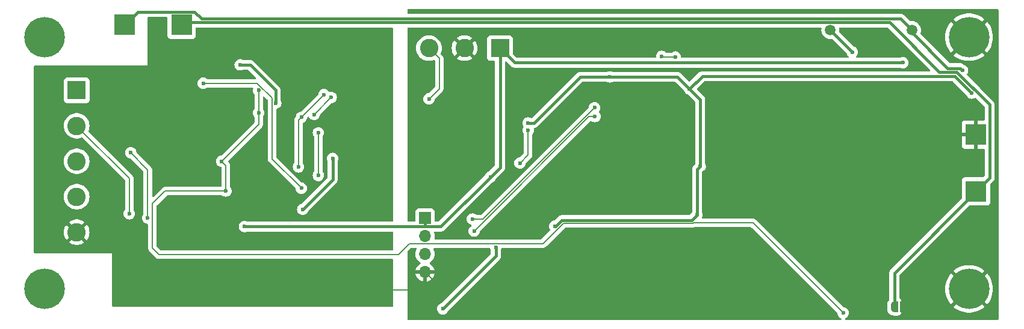
<source format=gbl>
G04 #@! TF.GenerationSoftware,KiCad,Pcbnew,8.0.4*
G04 #@! TF.CreationDate,2024-07-26T11:50:06-07:00*
G04 #@! TF.ProjectId,Soil Power Sensor,536f696c-2050-46f7-9765-722053656e73,2.2.1*
G04 #@! TF.SameCoordinates,Original*
G04 #@! TF.FileFunction,Copper,L2,Bot*
G04 #@! TF.FilePolarity,Positive*
%FSLAX46Y46*%
G04 Gerber Fmt 4.6, Leading zero omitted, Abs format (unit mm)*
G04 Created by KiCad (PCBNEW 8.0.4) date 2024-07-26 11:50:06*
%MOMM*%
%LPD*%
G01*
G04 APERTURE LIST*
G04 Aperture macros list*
%AMFreePoly0*
4,1,19,0.500000,-0.750000,0.000000,-0.750000,0.000000,-0.744911,-0.071157,-0.744911,-0.207708,-0.704816,-0.327430,-0.627875,-0.420627,-0.520320,-0.479746,-0.390866,-0.500000,-0.250000,-0.500000,0.250000,-0.479746,0.390866,-0.420627,0.520320,-0.327430,0.627875,-0.207708,0.704816,-0.071157,0.744911,0.000000,0.744911,0.000000,0.750000,0.500000,0.750000,0.500000,-0.750000,0.500000,-0.750000,
$1*%
%AMFreePoly1*
4,1,19,0.000000,0.744911,0.071157,0.744911,0.207708,0.704816,0.327430,0.627875,0.420627,0.520320,0.479746,0.390866,0.500000,0.250000,0.500000,-0.250000,0.479746,-0.390866,0.420627,-0.520320,0.327430,-0.627875,0.207708,-0.704816,0.071157,-0.744911,0.000000,-0.744911,0.000000,-0.750000,-0.500000,-0.750000,-0.500000,0.750000,0.000000,0.750000,0.000000,0.744911,0.000000,0.744911,
$1*%
G04 Aperture macros list end*
G04 #@! TA.AperFunction,ComponentPad*
%ADD10C,3.600000*%
G04 #@! TD*
G04 #@! TA.AperFunction,ConnectorPad*
%ADD11C,5.700000*%
G04 #@! TD*
G04 #@! TA.AperFunction,ComponentPad*
%ADD12R,2.600000X2.600000*%
G04 #@! TD*
G04 #@! TA.AperFunction,ComponentPad*
%ADD13C,2.600000*%
G04 #@! TD*
G04 #@! TA.AperFunction,ComponentPad*
%ADD14R,1.700000X1.700000*%
G04 #@! TD*
G04 #@! TA.AperFunction,ComponentPad*
%ADD15O,1.700000X1.700000*%
G04 #@! TD*
G04 #@! TA.AperFunction,SMDPad,CuDef*
%ADD16FreePoly0,180.000000*%
G04 #@! TD*
G04 #@! TA.AperFunction,SMDPad,CuDef*
%ADD17FreePoly1,180.000000*%
G04 #@! TD*
G04 #@! TA.AperFunction,SMDPad,CuDef*
%ADD18R,3.000000X3.000000*%
G04 #@! TD*
G04 #@! TA.AperFunction,SMDPad,CuDef*
%ADD19C,1.500000*%
G04 #@! TD*
G04 #@! TA.AperFunction,ViaPad*
%ADD20C,0.600000*%
G04 #@! TD*
G04 #@! TA.AperFunction,Conductor*
%ADD21C,0.200000*%
G04 #@! TD*
G04 #@! TA.AperFunction,Conductor*
%ADD22C,0.400000*%
G04 #@! TD*
G04 APERTURE END LIST*
D10*
X116500000Y-51500000D03*
D11*
X116500000Y-51500000D03*
D10*
X116500000Y-87000000D03*
D11*
X116500000Y-87000000D03*
D12*
X180550000Y-53050000D03*
D13*
X175550000Y-53050000D03*
X170550000Y-53050000D03*
D10*
X246500000Y-51500000D03*
D11*
X246500000Y-51500000D03*
D12*
X121000000Y-59000000D03*
D13*
X121000000Y-64000000D03*
X121000000Y-69000000D03*
X121000000Y-74000000D03*
X121000000Y-79000000D03*
D10*
X246500000Y-87000000D03*
D11*
X246500000Y-87000000D03*
D14*
X170000000Y-77000000D03*
D15*
X170000000Y-79540000D03*
X170000000Y-82080000D03*
X170000000Y-84620000D03*
D16*
X237300000Y-89500000D03*
D17*
X236000000Y-89500000D03*
D18*
X127750000Y-49750000D03*
X135750000Y-49750000D03*
D19*
X238500000Y-50500000D03*
D18*
X247500000Y-73250000D03*
X247500000Y-65250000D03*
D19*
X227000000Y-50500000D03*
D20*
X188250000Y-78150000D03*
X179950000Y-81144000D03*
X197200000Y-72250000D03*
X173050000Y-84550000D03*
X190150000Y-84600000D03*
X192550000Y-69600000D03*
X206250000Y-82300000D03*
X200850000Y-61600000D03*
X203700000Y-80450000D03*
X198950000Y-86900000D03*
X210400000Y-53550000D03*
X243500000Y-63100000D03*
X185150000Y-58950000D03*
X193850000Y-61450000D03*
X176650000Y-77150000D03*
X193900000Y-62700000D03*
X176900000Y-78850000D03*
X243650000Y-74750000D03*
X173000000Y-61250000D03*
X208250000Y-76554000D03*
X208700000Y-69700000D03*
X205200000Y-54300000D03*
X203300000Y-54200000D03*
X237200000Y-55100000D03*
X230100000Y-53600000D03*
X245600000Y-56200000D03*
X184500000Y-63600000D03*
X144000000Y-55400000D03*
X207200000Y-58800000D03*
X157000000Y-68600000D03*
X172500000Y-89800000D03*
X246900000Y-59400000D03*
X149000000Y-60800000D03*
X196000000Y-57100000D03*
X152800000Y-75800000D03*
X173600000Y-72600000D03*
X149600000Y-75800000D03*
X149400000Y-62200000D03*
X159200000Y-77200000D03*
X136600000Y-72000000D03*
X139000000Y-61800000D03*
X179400000Y-65800000D03*
X151000000Y-58400000D03*
X208400000Y-86800000D03*
X228000000Y-81600000D03*
X162800000Y-83000000D03*
X139800000Y-72000000D03*
X155000000Y-65000000D03*
X155000000Y-71000000D03*
X152600000Y-72800000D03*
X138800000Y-58000000D03*
X179200000Y-71200000D03*
X144600000Y-78200000D03*
X142000000Y-73200000D03*
X228800000Y-90378480D03*
X141400000Y-69000000D03*
X146600000Y-59000000D03*
X146600000Y-62200000D03*
X128400000Y-76400000D03*
X184500000Y-64600000D03*
X183350000Y-69250000D03*
X152625000Y-62775000D03*
X155800000Y-59600000D03*
X152200000Y-69800000D03*
X154400000Y-62400000D03*
X156800000Y-60000000D03*
X170550000Y-60200000D03*
X128600000Y-67800000D03*
X131000000Y-77000000D03*
D21*
X183350000Y-69250000D02*
X184500000Y-68100000D01*
X184500000Y-68100000D02*
X184500000Y-64600000D01*
D22*
X238500000Y-50500000D02*
X238500000Y-50850000D01*
X238500000Y-50850000D02*
X243523000Y-55873000D01*
X243523000Y-55873000D02*
X245273000Y-55873000D01*
X245273000Y-55873000D02*
X245600000Y-56200000D01*
X127750000Y-49750000D02*
X129577000Y-47923000D01*
X129577000Y-47923000D02*
X137577000Y-47923000D01*
X137577000Y-47923000D02*
X138550000Y-48896000D01*
X236896000Y-48896000D02*
X238500000Y-50500000D01*
X138550000Y-48896000D02*
X236896000Y-48896000D01*
X189250000Y-77300000D02*
X207504000Y-77300000D01*
X188400000Y-78150000D02*
X188250000Y-78150000D01*
X189250000Y-77300000D02*
X188400000Y-78150000D01*
D21*
X228800000Y-90378480D02*
X216121520Y-77700000D01*
X216121520Y-77700000D02*
X207707870Y-77700000D01*
X189473000Y-77727000D02*
X186583000Y-80617000D01*
X133450000Y-73200000D02*
X142000000Y-73200000D01*
X207707870Y-77700000D02*
X207680870Y-77727000D01*
X131650000Y-81250000D02*
X131650000Y-75000000D01*
X207680870Y-77727000D02*
X189473000Y-77727000D01*
X186583000Y-80617000D02*
X167783000Y-80617000D01*
X167783000Y-80617000D02*
X166250000Y-82150000D01*
X166250000Y-82150000D02*
X132550000Y-82150000D01*
X132550000Y-82150000D02*
X131650000Y-81250000D01*
X131650000Y-75000000D02*
X133450000Y-73200000D01*
D22*
X179950000Y-81144000D02*
X179950000Y-82350000D01*
X179950000Y-82350000D02*
X172500000Y-89800000D01*
X207504000Y-77300000D02*
X208250000Y-76554000D01*
D21*
X164850000Y-87150000D02*
X168050000Y-87150000D01*
X176650000Y-77150000D02*
X178137552Y-77150000D01*
X178137552Y-77150000D02*
X193837552Y-61450000D01*
X193837552Y-61450000D02*
X193850000Y-61450000D01*
X193050000Y-62700000D02*
X193900000Y-62700000D01*
X176900000Y-78850000D02*
X193050000Y-62700000D01*
X170550000Y-60200000D02*
X172000000Y-58750000D01*
X172000000Y-58750000D02*
X172000000Y-54500000D01*
X172000000Y-54500000D02*
X170550000Y-53050000D01*
D22*
X208700000Y-69700000D02*
X208250000Y-70150000D01*
X208250000Y-70150000D02*
X208250000Y-76554000D01*
X208700000Y-60300000D02*
X207200000Y-58800000D01*
X208700000Y-69700000D02*
X208700000Y-60300000D01*
D21*
X203400000Y-54300000D02*
X203300000Y-54200000D01*
X205200000Y-54300000D02*
X203400000Y-54300000D01*
D22*
X135750000Y-49750000D02*
X136077000Y-49423000D01*
X136077000Y-49423000D02*
X235361446Y-49423000D01*
X235361446Y-49423000D02*
X242338446Y-56400000D01*
X249400000Y-71350000D02*
X247500000Y-73250000D01*
X242338446Y-56400000D02*
X244786712Y-56400000D01*
X244786712Y-56400000D02*
X249400000Y-61013288D01*
X249400000Y-61013288D02*
X249400000Y-71350000D01*
X247500000Y-73250000D02*
X236000000Y-84750000D01*
X236000000Y-84750000D02*
X236000000Y-89500000D01*
X237200000Y-55100000D02*
X182600000Y-55100000D01*
X182600000Y-55100000D02*
X180550000Y-53050000D01*
X227000000Y-50500000D02*
X230100000Y-53600000D01*
X207200000Y-58800000D02*
X209000000Y-57000000D01*
X209000000Y-57000000D02*
X244500000Y-57000000D01*
X244500000Y-57000000D02*
X246900000Y-59400000D01*
X184500000Y-63600000D02*
X185300000Y-63600000D01*
X185300000Y-63600000D02*
X191800000Y-57100000D01*
X191800000Y-57100000D02*
X196000000Y-57100000D01*
X205500000Y-57100000D02*
X196000000Y-57100000D01*
X207200000Y-58800000D02*
X205500000Y-57100000D01*
X144000000Y-55400000D02*
X145400000Y-55400000D01*
X149000000Y-59000000D02*
X149000000Y-60800000D01*
X145400000Y-55400000D02*
X149000000Y-59000000D01*
X157000000Y-68600000D02*
X157000000Y-71600000D01*
X157000000Y-71600000D02*
X152800000Y-75800000D01*
D21*
X170000000Y-84620000D02*
X171380000Y-86000000D01*
X171380000Y-86000000D02*
X174000000Y-86000000D01*
X155000000Y-65000000D02*
X155000000Y-71000000D01*
X138800000Y-58000000D02*
X146400000Y-58000000D01*
X148473000Y-60073000D02*
X148473000Y-68673000D01*
X148473000Y-68673000D02*
X152600000Y-72800000D01*
X146400000Y-58000000D02*
X148473000Y-60073000D01*
D22*
X172200000Y-78200000D02*
X179200000Y-71200000D01*
X170000000Y-78200000D02*
X172200000Y-78200000D01*
X180550000Y-69850000D02*
X179200000Y-71200000D01*
X144600000Y-78200000D02*
X170000000Y-78200000D01*
X170000000Y-77000000D02*
X170000000Y-78200000D01*
D21*
X146600000Y-63800000D02*
X141400000Y-69000000D01*
X141400000Y-69000000D02*
X142000000Y-69600000D01*
X142000000Y-69600000D02*
X142000000Y-73200000D01*
X146600000Y-59000000D02*
X146600000Y-63800000D01*
X121000000Y-64000000D02*
X128400000Y-71400000D01*
X128400000Y-71400000D02*
X128400000Y-76400000D01*
X152625000Y-62775000D02*
X152200000Y-63200000D01*
X152200000Y-63200000D02*
X152200000Y-69800000D01*
X152625000Y-62775000D02*
X155800000Y-59600000D01*
X154400000Y-62400000D02*
X156800000Y-60000000D01*
X131000000Y-70200000D02*
X131000000Y-77000000D01*
X128600000Y-67800000D02*
X131000000Y-70200000D01*
D22*
X180550000Y-53050000D02*
X180550000Y-69850000D01*
G04 #@! TA.AperFunction,Conductor*
G36*
X133692539Y-48643185D02*
G01*
X133738294Y-48695989D01*
X133749500Y-48747500D01*
X133749500Y-51297870D01*
X133749501Y-51297876D01*
X133755908Y-51357483D01*
X133806202Y-51492328D01*
X133806206Y-51492335D01*
X133892452Y-51607544D01*
X133892455Y-51607547D01*
X134007664Y-51693793D01*
X134007671Y-51693797D01*
X134142517Y-51744091D01*
X134142516Y-51744091D01*
X134149444Y-51744835D01*
X134202127Y-51750500D01*
X137297872Y-51750499D01*
X137357483Y-51744091D01*
X137492331Y-51693796D01*
X137607546Y-51607546D01*
X137693796Y-51492331D01*
X137744091Y-51357483D01*
X137750500Y-51297873D01*
X137750500Y-50247500D01*
X137770185Y-50180461D01*
X137822989Y-50134706D01*
X137874500Y-50123500D01*
X165376000Y-50123500D01*
X165443039Y-50143185D01*
X165488794Y-50195989D01*
X165500000Y-50247500D01*
X165500000Y-77375500D01*
X165480315Y-77442539D01*
X165427511Y-77488294D01*
X165376000Y-77499500D01*
X145025494Y-77499500D01*
X144959523Y-77480494D01*
X144949525Y-77474212D01*
X144779254Y-77414631D01*
X144779249Y-77414630D01*
X144600004Y-77394435D01*
X144599996Y-77394435D01*
X144420750Y-77414630D01*
X144420745Y-77414631D01*
X144250476Y-77474211D01*
X144097737Y-77570184D01*
X143970184Y-77697737D01*
X143874211Y-77850476D01*
X143814631Y-78020745D01*
X143814630Y-78020750D01*
X143794435Y-78199996D01*
X143794435Y-78200003D01*
X143814630Y-78379249D01*
X143814631Y-78379254D01*
X143874211Y-78549523D01*
X143896911Y-78585649D01*
X143970184Y-78702262D01*
X144097738Y-78829816D01*
X144167388Y-78873580D01*
X144250474Y-78925787D01*
X144250478Y-78925789D01*
X144385368Y-78972989D01*
X144420745Y-78985368D01*
X144420750Y-78985369D01*
X144599996Y-79005565D01*
X144600000Y-79005565D01*
X144600004Y-79005565D01*
X144779249Y-78985369D01*
X144779252Y-78985368D01*
X144779255Y-78985368D01*
X144949522Y-78925789D01*
X144950488Y-78925181D01*
X144959523Y-78919506D01*
X145025494Y-78900500D01*
X165376000Y-78900500D01*
X165443039Y-78920185D01*
X165488794Y-78972989D01*
X165500000Y-79024500D01*
X165500000Y-81425500D01*
X165480315Y-81492539D01*
X165427511Y-81538294D01*
X165376000Y-81549500D01*
X132850097Y-81549500D01*
X132783058Y-81529815D01*
X132762416Y-81513181D01*
X132286819Y-81037584D01*
X132253334Y-80976261D01*
X132250500Y-80949903D01*
X132250500Y-75799996D01*
X151994435Y-75799996D01*
X151994435Y-75800003D01*
X152014630Y-75979249D01*
X152014631Y-75979254D01*
X152074211Y-76149523D01*
X152170184Y-76302262D01*
X152297738Y-76429816D01*
X152450478Y-76525789D01*
X152603258Y-76579249D01*
X152620745Y-76585368D01*
X152620750Y-76585369D01*
X152799996Y-76605565D01*
X152800000Y-76605565D01*
X152800004Y-76605565D01*
X152979249Y-76585369D01*
X152979252Y-76585368D01*
X152979255Y-76585368D01*
X153149522Y-76525789D01*
X153302262Y-76429816D01*
X153429816Y-76302262D01*
X153525789Y-76149522D01*
X153562007Y-76046013D01*
X153591365Y-75999290D01*
X157544114Y-72046543D01*
X157620775Y-71931811D01*
X157673580Y-71804328D01*
X157694313Y-71700097D01*
X157700500Y-71668996D01*
X157700500Y-69025493D01*
X157719508Y-68959519D01*
X157725787Y-68949525D01*
X157725786Y-68949525D01*
X157725789Y-68949522D01*
X157785368Y-68779255D01*
X157785369Y-68779249D01*
X157805565Y-68600003D01*
X157805565Y-68599996D01*
X157785369Y-68420750D01*
X157785368Y-68420745D01*
X157743909Y-68302262D01*
X157725789Y-68250478D01*
X157704501Y-68216599D01*
X157629815Y-68097737D01*
X157502262Y-67970184D01*
X157349523Y-67874211D01*
X157179254Y-67814631D01*
X157179249Y-67814630D01*
X157000004Y-67794435D01*
X156999996Y-67794435D01*
X156820750Y-67814630D01*
X156820745Y-67814631D01*
X156650476Y-67874211D01*
X156497737Y-67970184D01*
X156370184Y-68097737D01*
X156274211Y-68250476D01*
X156214631Y-68420745D01*
X156214630Y-68420750D01*
X156194435Y-68599996D01*
X156194435Y-68600003D01*
X156214630Y-68779249D01*
X156214631Y-68779254D01*
X156274212Y-68949525D01*
X156280492Y-68959519D01*
X156299500Y-69025493D01*
X156299500Y-71258480D01*
X156279815Y-71325519D01*
X156263181Y-71346161D01*
X152600709Y-75008632D01*
X152553984Y-75037992D01*
X152450476Y-75074211D01*
X152450475Y-75074212D01*
X152297737Y-75170184D01*
X152170184Y-75297737D01*
X152074211Y-75450476D01*
X152014631Y-75620745D01*
X152014630Y-75620750D01*
X151994435Y-75799996D01*
X132250500Y-75799996D01*
X132250500Y-75300097D01*
X132270185Y-75233058D01*
X132286819Y-75212416D01*
X133662416Y-73836819D01*
X133723739Y-73803334D01*
X133750097Y-73800500D01*
X141417588Y-73800500D01*
X141484627Y-73820185D01*
X141494903Y-73827555D01*
X141497736Y-73829814D01*
X141497738Y-73829816D01*
X141650478Y-73925789D01*
X141791721Y-73975212D01*
X141820745Y-73985368D01*
X141820750Y-73985369D01*
X141999996Y-74005565D01*
X142000000Y-74005565D01*
X142000004Y-74005565D01*
X142179249Y-73985369D01*
X142179252Y-73985368D01*
X142179255Y-73985368D01*
X142349522Y-73925789D01*
X142502262Y-73829816D01*
X142629816Y-73702262D01*
X142725789Y-73549522D01*
X142785368Y-73379255D01*
X142794043Y-73302262D01*
X142805565Y-73200003D01*
X142805565Y-73199996D01*
X142785369Y-73020750D01*
X142785368Y-73020745D01*
X142770848Y-72979249D01*
X142725789Y-72850478D01*
X142724995Y-72849215D01*
X142692645Y-72797730D01*
X142629816Y-72697738D01*
X142629814Y-72697736D01*
X142629813Y-72697734D01*
X142627550Y-72694896D01*
X142626659Y-72692715D01*
X142626111Y-72691842D01*
X142626264Y-72691745D01*
X142601144Y-72630209D01*
X142600500Y-72617587D01*
X142600500Y-69520944D01*
X142600500Y-69520943D01*
X142593676Y-69495477D01*
X142559577Y-69368215D01*
X142502531Y-69269409D01*
X142480520Y-69231284D01*
X142368716Y-69119480D01*
X142368715Y-69119479D01*
X142364385Y-69115149D01*
X142364374Y-69115139D01*
X142336916Y-69087681D01*
X142303431Y-69026358D01*
X142308415Y-68956666D01*
X142336916Y-68912319D01*
X144254800Y-66994435D01*
X147080520Y-64168716D01*
X147159577Y-64031784D01*
X147200501Y-63879057D01*
X147200501Y-63720942D01*
X147200501Y-63713347D01*
X147200500Y-63713329D01*
X147200500Y-62782412D01*
X147220185Y-62715373D01*
X147227555Y-62705097D01*
X147229810Y-62702267D01*
X147229816Y-62702262D01*
X147325789Y-62549522D01*
X147385368Y-62379255D01*
X147385369Y-62379249D01*
X147405565Y-62200003D01*
X147405565Y-62199996D01*
X147385369Y-62020750D01*
X147385368Y-62020745D01*
X147325788Y-61850476D01*
X147229813Y-61697734D01*
X147227550Y-61694896D01*
X147226659Y-61692715D01*
X147226111Y-61691842D01*
X147226264Y-61691745D01*
X147201144Y-61630209D01*
X147200500Y-61617587D01*
X147200500Y-59949097D01*
X147220185Y-59882058D01*
X147272989Y-59836303D01*
X147342147Y-59826359D01*
X147405703Y-59855384D01*
X147412181Y-59861416D01*
X147836181Y-60285416D01*
X147869666Y-60346739D01*
X147872500Y-60373097D01*
X147872500Y-68586330D01*
X147872499Y-68586348D01*
X147872499Y-68752054D01*
X147872498Y-68752054D01*
X147913423Y-68904785D01*
X147916119Y-68909454D01*
X147916122Y-68909460D01*
X147992477Y-69041712D01*
X147992481Y-69041717D01*
X148111349Y-69160585D01*
X148111355Y-69160590D01*
X151769298Y-72818533D01*
X151802783Y-72879856D01*
X151804837Y-72892330D01*
X151814630Y-72979249D01*
X151874210Y-73149521D01*
X151905926Y-73199996D01*
X151970184Y-73302262D01*
X152097738Y-73429816D01*
X152250478Y-73525789D01*
X152318306Y-73549523D01*
X152420745Y-73585368D01*
X152420750Y-73585369D01*
X152599996Y-73605565D01*
X152600000Y-73605565D01*
X152600004Y-73605565D01*
X152779249Y-73585369D01*
X152779252Y-73585368D01*
X152779255Y-73585368D01*
X152949522Y-73525789D01*
X153102262Y-73429816D01*
X153229816Y-73302262D01*
X153325789Y-73149522D01*
X153385368Y-72979255D01*
X153395162Y-72892330D01*
X153405565Y-72800003D01*
X153405565Y-72799996D01*
X153385369Y-72620750D01*
X153385368Y-72620745D01*
X153374013Y-72588294D01*
X153325789Y-72450478D01*
X153229816Y-72297738D01*
X153102262Y-72170184D01*
X152949521Y-72074210D01*
X152779249Y-72014630D01*
X152692330Y-72004837D01*
X152627916Y-71977770D01*
X152618533Y-71969298D01*
X150449231Y-69799996D01*
X151394435Y-69799996D01*
X151394435Y-69800003D01*
X151414630Y-69979249D01*
X151414631Y-69979254D01*
X151474211Y-70149523D01*
X151523575Y-70228085D01*
X151570184Y-70302262D01*
X151697738Y-70429816D01*
X151850478Y-70525789D01*
X151958687Y-70563653D01*
X152020745Y-70585368D01*
X152020750Y-70585369D01*
X152199996Y-70605565D01*
X152200000Y-70605565D01*
X152200004Y-70605565D01*
X152379249Y-70585369D01*
X152379252Y-70585368D01*
X152379255Y-70585368D01*
X152549522Y-70525789D01*
X152702262Y-70429816D01*
X152829816Y-70302262D01*
X152925789Y-70149522D01*
X152985368Y-69979255D01*
X153000074Y-69848735D01*
X153005565Y-69800003D01*
X153005565Y-69799996D01*
X152985369Y-69620750D01*
X152985368Y-69620745D01*
X152954383Y-69532195D01*
X152925789Y-69450478D01*
X152829816Y-69297738D01*
X152829814Y-69297736D01*
X152829813Y-69297734D01*
X152827550Y-69294896D01*
X152826659Y-69292715D01*
X152826111Y-69291842D01*
X152826264Y-69291745D01*
X152801144Y-69230209D01*
X152800500Y-69217587D01*
X152800500Y-64999996D01*
X154194435Y-64999996D01*
X154194435Y-65000003D01*
X154214630Y-65179249D01*
X154214631Y-65179254D01*
X154274211Y-65349523D01*
X154370185Y-65502263D01*
X154372445Y-65505097D01*
X154373334Y-65507275D01*
X154373889Y-65508158D01*
X154373734Y-65508255D01*
X154398855Y-65569783D01*
X154399500Y-65582412D01*
X154399500Y-70417587D01*
X154379815Y-70484626D01*
X154372450Y-70494896D01*
X154370186Y-70497734D01*
X154274211Y-70650476D01*
X154214631Y-70820745D01*
X154214630Y-70820750D01*
X154194435Y-70999996D01*
X154194435Y-71000003D01*
X154214630Y-71179249D01*
X154214631Y-71179254D01*
X154274211Y-71349523D01*
X154370184Y-71502262D01*
X154497738Y-71629816D01*
X154650478Y-71725789D01*
X154820745Y-71785368D01*
X154820750Y-71785369D01*
X154999996Y-71805565D01*
X155000000Y-71805565D01*
X155000004Y-71805565D01*
X155179249Y-71785369D01*
X155179252Y-71785368D01*
X155179255Y-71785368D01*
X155349522Y-71725789D01*
X155502262Y-71629816D01*
X155629816Y-71502262D01*
X155725789Y-71349522D01*
X155785368Y-71179255D01*
X155786613Y-71168209D01*
X155805565Y-71000003D01*
X155805565Y-70999996D01*
X155785369Y-70820750D01*
X155785368Y-70820745D01*
X155736377Y-70680737D01*
X155725789Y-70650478D01*
X155629816Y-70497738D01*
X155629814Y-70497736D01*
X155629813Y-70497734D01*
X155627550Y-70494896D01*
X155626659Y-70492715D01*
X155626111Y-70491842D01*
X155626264Y-70491745D01*
X155601144Y-70430209D01*
X155600500Y-70417587D01*
X155600500Y-65582412D01*
X155620185Y-65515373D01*
X155627555Y-65505097D01*
X155629810Y-65502267D01*
X155629816Y-65502262D01*
X155725789Y-65349522D01*
X155785368Y-65179255D01*
X155803638Y-65017102D01*
X155805565Y-65000003D01*
X155805565Y-64999996D01*
X155785369Y-64820750D01*
X155785368Y-64820745D01*
X155725788Y-64650476D01*
X155629815Y-64497737D01*
X155502262Y-64370184D01*
X155349523Y-64274211D01*
X155179254Y-64214631D01*
X155179249Y-64214630D01*
X155000004Y-64194435D01*
X154999996Y-64194435D01*
X154820750Y-64214630D01*
X154820745Y-64214631D01*
X154650476Y-64274211D01*
X154497737Y-64370184D01*
X154370184Y-64497737D01*
X154274211Y-64650476D01*
X154214631Y-64820745D01*
X154214630Y-64820750D01*
X154194435Y-64999996D01*
X152800500Y-64999996D01*
X152800500Y-63649665D01*
X152820185Y-63582626D01*
X152872989Y-63536871D01*
X152883546Y-63532623D01*
X152906897Y-63524451D01*
X152974522Y-63500789D01*
X153127262Y-63404816D01*
X153254816Y-63277262D01*
X153350789Y-63124522D01*
X153410368Y-62954255D01*
X153420161Y-62867329D01*
X153447226Y-62802918D01*
X153455690Y-62793543D01*
X153496928Y-62752305D01*
X153558249Y-62718822D01*
X153627941Y-62723806D01*
X153683874Y-62765678D01*
X153689600Y-62774015D01*
X153770182Y-62902260D01*
X153770183Y-62902261D01*
X153770184Y-62902262D01*
X153897738Y-63029816D01*
X153988080Y-63086582D01*
X154048461Y-63124522D01*
X154050478Y-63125789D01*
X154220745Y-63185368D01*
X154220750Y-63185369D01*
X154399996Y-63205565D01*
X154400000Y-63205565D01*
X154400004Y-63205565D01*
X154579249Y-63185369D01*
X154579252Y-63185368D01*
X154579255Y-63185368D01*
X154749522Y-63125789D01*
X154902262Y-63029816D01*
X155029816Y-62902262D01*
X155125789Y-62749522D01*
X155185368Y-62579255D01*
X155195161Y-62492329D01*
X155222226Y-62427918D01*
X155230690Y-62418543D01*
X156818536Y-60830698D01*
X156879857Y-60797215D01*
X156892310Y-60795163D01*
X156979255Y-60785368D01*
X157149522Y-60725789D01*
X157302262Y-60629816D01*
X157429816Y-60502262D01*
X157525789Y-60349522D01*
X157585368Y-60179255D01*
X157605565Y-60000000D01*
X157592276Y-59882058D01*
X157585369Y-59820750D01*
X157585368Y-59820745D01*
X157525788Y-59650476D01*
X157436055Y-59507668D01*
X157429816Y-59497738D01*
X157302262Y-59370184D01*
X157269379Y-59349522D01*
X157149523Y-59274211D01*
X156979254Y-59214631D01*
X156979249Y-59214630D01*
X156800004Y-59194435D01*
X156799996Y-59194435D01*
X156620746Y-59214631D01*
X156620742Y-59214632D01*
X156617767Y-59215673D01*
X156615726Y-59215777D01*
X156613956Y-59216181D01*
X156613885Y-59215870D01*
X156547988Y-59219229D01*
X156487363Y-59184495D01*
X156471828Y-59164600D01*
X156429815Y-59097737D01*
X156302262Y-58970184D01*
X156149523Y-58874211D01*
X155979254Y-58814631D01*
X155979249Y-58814630D01*
X155800004Y-58794435D01*
X155799996Y-58794435D01*
X155620750Y-58814630D01*
X155620745Y-58814631D01*
X155450476Y-58874211D01*
X155297737Y-58970184D01*
X155170184Y-59097737D01*
X155074210Y-59250478D01*
X155014630Y-59420750D01*
X155004837Y-59507668D01*
X154977770Y-59572082D01*
X154969298Y-59581465D01*
X152606465Y-61944298D01*
X152545142Y-61977783D01*
X152532668Y-61979837D01*
X152445750Y-61989630D01*
X152275478Y-62049210D01*
X152122737Y-62145184D01*
X151995184Y-62272737D01*
X151899210Y-62425478D01*
X151839630Y-62595750D01*
X151829837Y-62682666D01*
X151802770Y-62747080D01*
X151794300Y-62756462D01*
X151719478Y-62831286D01*
X151719475Y-62831290D01*
X151678501Y-62902261D01*
X151678501Y-62902262D01*
X151640423Y-62968215D01*
X151599499Y-63120943D01*
X151599499Y-63120945D01*
X151599499Y-63289046D01*
X151599500Y-63289059D01*
X151599500Y-69217587D01*
X151579815Y-69284626D01*
X151572450Y-69294896D01*
X151570186Y-69297734D01*
X151474211Y-69450476D01*
X151414631Y-69620745D01*
X151414630Y-69620750D01*
X151394435Y-69799996D01*
X150449231Y-69799996D01*
X149109819Y-68460584D01*
X149076334Y-68399261D01*
X149073500Y-68372903D01*
X149073500Y-61708097D01*
X149093185Y-61641058D01*
X149145989Y-61595303D01*
X149172691Y-61587905D01*
X149172466Y-61586918D01*
X149179251Y-61585369D01*
X149179253Y-61585368D01*
X149179255Y-61585368D01*
X149349522Y-61525789D01*
X149502262Y-61429816D01*
X149629816Y-61302262D01*
X149725789Y-61149522D01*
X149785368Y-60979255D01*
X149805565Y-60800000D01*
X149805251Y-60797215D01*
X149785369Y-60620750D01*
X149785366Y-60620737D01*
X149725790Y-60450479D01*
X149719506Y-60440478D01*
X149700500Y-60374507D01*
X149700500Y-58931006D01*
X149689202Y-58874212D01*
X149689202Y-58874211D01*
X149673580Y-58795672D01*
X149620775Y-58668189D01*
X149544114Y-58553457D01*
X149544112Y-58553454D01*
X145846545Y-54855887D01*
X145731807Y-54779222D01*
X145604332Y-54726421D01*
X145604322Y-54726418D01*
X145468996Y-54699500D01*
X145468994Y-54699500D01*
X145468993Y-54699500D01*
X144425494Y-54699500D01*
X144359523Y-54680494D01*
X144349525Y-54674212D01*
X144179254Y-54614631D01*
X144179249Y-54614630D01*
X144000004Y-54594435D01*
X143999996Y-54594435D01*
X143820750Y-54614630D01*
X143820745Y-54614631D01*
X143650476Y-54674211D01*
X143497737Y-54770184D01*
X143370184Y-54897737D01*
X143274211Y-55050476D01*
X143214631Y-55220745D01*
X143214630Y-55220750D01*
X143194435Y-55399996D01*
X143194435Y-55400003D01*
X143214630Y-55579249D01*
X143214631Y-55579254D01*
X143274211Y-55749523D01*
X143370184Y-55902262D01*
X143497738Y-56029816D01*
X143588080Y-56086582D01*
X143650474Y-56125787D01*
X143650478Y-56125789D01*
X143820745Y-56185368D01*
X143820750Y-56185369D01*
X143999996Y-56205565D01*
X144000000Y-56205565D01*
X144000004Y-56205565D01*
X144179249Y-56185369D01*
X144179252Y-56185368D01*
X144179255Y-56185368D01*
X144349522Y-56125789D01*
X144350488Y-56125181D01*
X144359523Y-56119506D01*
X144425494Y-56100500D01*
X145058481Y-56100500D01*
X145125520Y-56120185D01*
X145146162Y-56136819D01*
X146197162Y-57187819D01*
X146230647Y-57249142D01*
X146225663Y-57318834D01*
X146183791Y-57374767D01*
X146118327Y-57399184D01*
X146109481Y-57399500D01*
X139382412Y-57399500D01*
X139315373Y-57379815D01*
X139305097Y-57372445D01*
X139302263Y-57370185D01*
X139302262Y-57370184D01*
X139220539Y-57318834D01*
X139149523Y-57274211D01*
X138979254Y-57214631D01*
X138979249Y-57214630D01*
X138800004Y-57194435D01*
X138799996Y-57194435D01*
X138620750Y-57214630D01*
X138620745Y-57214631D01*
X138450476Y-57274211D01*
X138297737Y-57370184D01*
X138170184Y-57497737D01*
X138074211Y-57650476D01*
X138014631Y-57820745D01*
X138014630Y-57820750D01*
X137994435Y-57999996D01*
X137994435Y-58000003D01*
X138014630Y-58179249D01*
X138014631Y-58179254D01*
X138074211Y-58349523D01*
X138170184Y-58502262D01*
X138297738Y-58629816D01*
X138450478Y-58725789D01*
X138563837Y-58765455D01*
X138620745Y-58785368D01*
X138620750Y-58785369D01*
X138799996Y-58805565D01*
X138800000Y-58805565D01*
X138800004Y-58805565D01*
X138979249Y-58785369D01*
X138979252Y-58785368D01*
X138979255Y-58785368D01*
X139149522Y-58725789D01*
X139302262Y-58629816D01*
X139302267Y-58629810D01*
X139305097Y-58627555D01*
X139307275Y-58626665D01*
X139308158Y-58626111D01*
X139308255Y-58626265D01*
X139369783Y-58601145D01*
X139382412Y-58600500D01*
X145716937Y-58600500D01*
X145783976Y-58620185D01*
X145829731Y-58672989D01*
X145839675Y-58742147D01*
X145833978Y-58765455D01*
X145814633Y-58820737D01*
X145814630Y-58820750D01*
X145794435Y-58999996D01*
X145794435Y-59000003D01*
X145814630Y-59179249D01*
X145814631Y-59179254D01*
X145874211Y-59349523D01*
X145934515Y-59445496D01*
X145967341Y-59497738D01*
X145970185Y-59502263D01*
X145972445Y-59505097D01*
X145973334Y-59507275D01*
X145973889Y-59508158D01*
X145973734Y-59508255D01*
X145998855Y-59569783D01*
X145999500Y-59582412D01*
X145999500Y-61617587D01*
X145979815Y-61684626D01*
X145972450Y-61694896D01*
X145970186Y-61697734D01*
X145874211Y-61850476D01*
X145814631Y-62020745D01*
X145814630Y-62020750D01*
X145794435Y-62199996D01*
X145794435Y-62200003D01*
X145814630Y-62379249D01*
X145814631Y-62379254D01*
X145874211Y-62549523D01*
X145970185Y-62702263D01*
X145972445Y-62705097D01*
X145973334Y-62707275D01*
X145973889Y-62708158D01*
X145973734Y-62708255D01*
X145998855Y-62769783D01*
X145999500Y-62782412D01*
X145999500Y-63499902D01*
X145979815Y-63566941D01*
X145963181Y-63587583D01*
X141381465Y-68169298D01*
X141320142Y-68202783D01*
X141307668Y-68204837D01*
X141220750Y-68214630D01*
X141050478Y-68274210D01*
X140897737Y-68370184D01*
X140770184Y-68497737D01*
X140674211Y-68650476D01*
X140614631Y-68820745D01*
X140614630Y-68820750D01*
X140594435Y-68999996D01*
X140594435Y-69000003D01*
X140614630Y-69179249D01*
X140614631Y-69179254D01*
X140674211Y-69349523D01*
X140737646Y-69450478D01*
X140770184Y-69502262D01*
X140897738Y-69629816D01*
X141050478Y-69725789D01*
X141220745Y-69785368D01*
X141289384Y-69793101D01*
X141353796Y-69820166D01*
X141393352Y-69877760D01*
X141399500Y-69916321D01*
X141399500Y-72475500D01*
X141379815Y-72542539D01*
X141327011Y-72588294D01*
X141275500Y-72599500D01*
X133370940Y-72599500D01*
X133330019Y-72610464D01*
X133330019Y-72610465D01*
X133303440Y-72617587D01*
X133218214Y-72640423D01*
X133218209Y-72640426D01*
X133081290Y-72719475D01*
X133081282Y-72719481D01*
X131812181Y-73988583D01*
X131750858Y-74022068D01*
X131681166Y-74017084D01*
X131625233Y-73975212D01*
X131600816Y-73909748D01*
X131600500Y-73900902D01*
X131600500Y-70289060D01*
X131600501Y-70289047D01*
X131600501Y-70120944D01*
X131562535Y-69979255D01*
X131559577Y-69968216D01*
X131507353Y-69877760D01*
X131480524Y-69831290D01*
X131480518Y-69831282D01*
X129430700Y-67781465D01*
X129397215Y-67720142D01*
X129395163Y-67707686D01*
X129385368Y-67620745D01*
X129325789Y-67450478D01*
X129229816Y-67297738D01*
X129102262Y-67170184D01*
X128949523Y-67074211D01*
X128779254Y-67014631D01*
X128779249Y-67014630D01*
X128600004Y-66994435D01*
X128599996Y-66994435D01*
X128420750Y-67014630D01*
X128420745Y-67014631D01*
X128250476Y-67074211D01*
X128097737Y-67170184D01*
X127970184Y-67297737D01*
X127874211Y-67450476D01*
X127814631Y-67620745D01*
X127814630Y-67620750D01*
X127794435Y-67799996D01*
X127794435Y-67800003D01*
X127814630Y-67979249D01*
X127814631Y-67979254D01*
X127874211Y-68149523D01*
X127937646Y-68250478D01*
X127970184Y-68302262D01*
X128097738Y-68429816D01*
X128250478Y-68525789D01*
X128420745Y-68585368D01*
X128507669Y-68595161D01*
X128572080Y-68622226D01*
X128581465Y-68630700D01*
X130363181Y-70412416D01*
X130396666Y-70473739D01*
X130399500Y-70500097D01*
X130399500Y-76417587D01*
X130379815Y-76484626D01*
X130372450Y-76494896D01*
X130370186Y-76497734D01*
X130274211Y-76650476D01*
X130214631Y-76820745D01*
X130214630Y-76820750D01*
X130194435Y-76999996D01*
X130194435Y-77000003D01*
X130214630Y-77179249D01*
X130214631Y-77179254D01*
X130274211Y-77349523D01*
X130352558Y-77474211D01*
X130370184Y-77502262D01*
X130497738Y-77629816D01*
X130539228Y-77655886D01*
X130605833Y-77697737D01*
X130650478Y-77725789D01*
X130820745Y-77785368D01*
X130820749Y-77785369D01*
X130911607Y-77795605D01*
X130939383Y-77798735D01*
X131003797Y-77825801D01*
X131043352Y-77883395D01*
X131049500Y-77921955D01*
X131049500Y-81163330D01*
X131049499Y-81163348D01*
X131049499Y-81329054D01*
X131049498Y-81329054D01*
X131090423Y-81481785D01*
X131119358Y-81531900D01*
X131119359Y-81531904D01*
X131119360Y-81531904D01*
X131169479Y-81618714D01*
X131169481Y-81618717D01*
X131288349Y-81737585D01*
X131288355Y-81737590D01*
X132065139Y-82514374D01*
X132065149Y-82514385D01*
X132069479Y-82518715D01*
X132069480Y-82518716D01*
X132181284Y-82630520D01*
X132268095Y-82680639D01*
X132268097Y-82680641D01*
X132318213Y-82709576D01*
X132318215Y-82709577D01*
X132470942Y-82750500D01*
X132470943Y-82750500D01*
X132470944Y-82750500D01*
X165376000Y-82750500D01*
X165443039Y-82770185D01*
X165488794Y-82822989D01*
X165500000Y-82874500D01*
X165500000Y-89376000D01*
X165480315Y-89443039D01*
X165427511Y-89488794D01*
X165376000Y-89500000D01*
X126124000Y-89500000D01*
X126056961Y-89480315D01*
X126011206Y-89427511D01*
X126000000Y-89376000D01*
X126000000Y-82000000D01*
X115124000Y-82000000D01*
X115056961Y-81980315D01*
X115011206Y-81927511D01*
X115000000Y-81876000D01*
X115000000Y-78999995D01*
X119194953Y-78999995D01*
X119194953Y-79000004D01*
X119215113Y-79269026D01*
X119215113Y-79269028D01*
X119275142Y-79532033D01*
X119275148Y-79532052D01*
X119373709Y-79783181D01*
X119373708Y-79783181D01*
X119508602Y-80016822D01*
X119562294Y-80084151D01*
X119562295Y-80084151D01*
X120398958Y-79247488D01*
X120423978Y-79307890D01*
X120495112Y-79414351D01*
X120585649Y-79504888D01*
X120692110Y-79576022D01*
X120752510Y-79601041D01*
X119914848Y-80438702D01*
X120097483Y-80563220D01*
X120097485Y-80563221D01*
X120340539Y-80680269D01*
X120340537Y-80680269D01*
X120598337Y-80759790D01*
X120598343Y-80759792D01*
X120865101Y-80799999D01*
X120865110Y-80800000D01*
X121134890Y-80800000D01*
X121134898Y-80799999D01*
X121401656Y-80759792D01*
X121401662Y-80759790D01*
X121659461Y-80680269D01*
X121902521Y-80563218D01*
X122085150Y-80438702D01*
X121247488Y-79601041D01*
X121307890Y-79576022D01*
X121414351Y-79504888D01*
X121504888Y-79414351D01*
X121576022Y-79307890D01*
X121601041Y-79247488D01*
X122437703Y-80084151D01*
X122437704Y-80084150D01*
X122491393Y-80016828D01*
X122491400Y-80016817D01*
X122626290Y-79783181D01*
X122724851Y-79532052D01*
X122724857Y-79532033D01*
X122784886Y-79269028D01*
X122784886Y-79269026D01*
X122805047Y-79000004D01*
X122805047Y-78999995D01*
X122784886Y-78730973D01*
X122784886Y-78730971D01*
X122724857Y-78467966D01*
X122724851Y-78467947D01*
X122626290Y-78216818D01*
X122626291Y-78216818D01*
X122491397Y-77983177D01*
X122437704Y-77915847D01*
X121601041Y-78752510D01*
X121576022Y-78692110D01*
X121504888Y-78585649D01*
X121414351Y-78495112D01*
X121307890Y-78423978D01*
X121247488Y-78398958D01*
X122085150Y-77561296D01*
X121902517Y-77436779D01*
X121902516Y-77436778D01*
X121659460Y-77319730D01*
X121659462Y-77319730D01*
X121401662Y-77240209D01*
X121401656Y-77240207D01*
X121134898Y-77200000D01*
X120865101Y-77200000D01*
X120598343Y-77240207D01*
X120598337Y-77240209D01*
X120340538Y-77319730D01*
X120097485Y-77436778D01*
X120097476Y-77436783D01*
X119914848Y-77561296D01*
X120752511Y-78398958D01*
X120692110Y-78423978D01*
X120585649Y-78495112D01*
X120495112Y-78585649D01*
X120423978Y-78692110D01*
X120398958Y-78752511D01*
X119562295Y-77915848D01*
X119508600Y-77983180D01*
X119373709Y-78216818D01*
X119275148Y-78467947D01*
X119275142Y-78467966D01*
X119215113Y-78730971D01*
X119215113Y-78730973D01*
X119194953Y-78999995D01*
X115000000Y-78999995D01*
X115000000Y-73999995D01*
X119194451Y-73999995D01*
X119194451Y-74000004D01*
X119214616Y-74269101D01*
X119274664Y-74532188D01*
X119274666Y-74532195D01*
X119373257Y-74783398D01*
X119508185Y-75017102D01*
X119553729Y-75074212D01*
X119676442Y-75228089D01*
X119863183Y-75401358D01*
X119874259Y-75411635D01*
X120097226Y-75563651D01*
X120340359Y-75680738D01*
X120598228Y-75760280D01*
X120598229Y-75760280D01*
X120598232Y-75760281D01*
X120865063Y-75800499D01*
X120865068Y-75800499D01*
X120865071Y-75800500D01*
X120865072Y-75800500D01*
X121134928Y-75800500D01*
X121134929Y-75800500D01*
X121134936Y-75800499D01*
X121401767Y-75760281D01*
X121401768Y-75760280D01*
X121401772Y-75760280D01*
X121659641Y-75680738D01*
X121902775Y-75563651D01*
X122125741Y-75411635D01*
X122301306Y-75248735D01*
X122323557Y-75228089D01*
X122323557Y-75228087D01*
X122323561Y-75228085D01*
X122491815Y-75017102D01*
X122626743Y-74783398D01*
X122725334Y-74532195D01*
X122785383Y-74269103D01*
X122792105Y-74179402D01*
X122805549Y-74000004D01*
X122805549Y-73999995D01*
X122785383Y-73730898D01*
X122752167Y-73585368D01*
X122725334Y-73467805D01*
X122626743Y-73216602D01*
X122491815Y-72982898D01*
X122323561Y-72771915D01*
X122323560Y-72771914D01*
X122323557Y-72771910D01*
X122125741Y-72588365D01*
X122125637Y-72588294D01*
X121902775Y-72436349D01*
X121902769Y-72436346D01*
X121902768Y-72436345D01*
X121902767Y-72436344D01*
X121659643Y-72319263D01*
X121659645Y-72319263D01*
X121401773Y-72239720D01*
X121401767Y-72239718D01*
X121134936Y-72199500D01*
X121134929Y-72199500D01*
X120865071Y-72199500D01*
X120865063Y-72199500D01*
X120598232Y-72239718D01*
X120598226Y-72239720D01*
X120340358Y-72319262D01*
X120097230Y-72436346D01*
X119874258Y-72588365D01*
X119676442Y-72771910D01*
X119508185Y-72982898D01*
X119373258Y-73216599D01*
X119373256Y-73216603D01*
X119274666Y-73467804D01*
X119274664Y-73467811D01*
X119214616Y-73730898D01*
X119194451Y-73999995D01*
X115000000Y-73999995D01*
X115000000Y-68999995D01*
X119194451Y-68999995D01*
X119194451Y-69000004D01*
X119214616Y-69269101D01*
X119272098Y-69520944D01*
X119274666Y-69532195D01*
X119373257Y-69783398D01*
X119508185Y-70017102D01*
X119590996Y-70120943D01*
X119676442Y-70228089D01*
X119863183Y-70401358D01*
X119874259Y-70411635D01*
X120097226Y-70563651D01*
X120340359Y-70680738D01*
X120598228Y-70760280D01*
X120598229Y-70760280D01*
X120598232Y-70760281D01*
X120865063Y-70800499D01*
X120865068Y-70800499D01*
X120865071Y-70800500D01*
X120865072Y-70800500D01*
X121134928Y-70800500D01*
X121134929Y-70800500D01*
X121134936Y-70800499D01*
X121401767Y-70760281D01*
X121401768Y-70760280D01*
X121401772Y-70760280D01*
X121659641Y-70680738D01*
X121902775Y-70563651D01*
X122125741Y-70411635D01*
X122323561Y-70228085D01*
X122491815Y-70017102D01*
X122626743Y-69783398D01*
X122725334Y-69532195D01*
X122785383Y-69269103D01*
X122793515Y-69160585D01*
X122805549Y-69000004D01*
X122805549Y-68999995D01*
X122785383Y-68730898D01*
X122767027Y-68650476D01*
X122725334Y-68467805D01*
X122626743Y-68216602D01*
X122491815Y-67982898D01*
X122323561Y-67771915D01*
X122323560Y-67771914D01*
X122323557Y-67771910D01*
X122125741Y-67588365D01*
X121902775Y-67436349D01*
X121902769Y-67436346D01*
X121902768Y-67436345D01*
X121902767Y-67436344D01*
X121659643Y-67319263D01*
X121659645Y-67319263D01*
X121401773Y-67239720D01*
X121401767Y-67239718D01*
X121134936Y-67199500D01*
X121134929Y-67199500D01*
X120865071Y-67199500D01*
X120865063Y-67199500D01*
X120598232Y-67239718D01*
X120598226Y-67239720D01*
X120340358Y-67319262D01*
X120097230Y-67436346D01*
X119874258Y-67588365D01*
X119676442Y-67771910D01*
X119508185Y-67982898D01*
X119373258Y-68216599D01*
X119373256Y-68216603D01*
X119274666Y-68467804D01*
X119274664Y-68467811D01*
X119214616Y-68730898D01*
X119194451Y-68999995D01*
X115000000Y-68999995D01*
X115000000Y-63999995D01*
X119194451Y-63999995D01*
X119194451Y-64000004D01*
X119214616Y-64269101D01*
X119237688Y-64370184D01*
X119274666Y-64532195D01*
X119373257Y-64783398D01*
X119508185Y-65017102D01*
X119637493Y-65179249D01*
X119676442Y-65228089D01*
X119807317Y-65349522D01*
X119874259Y-65411635D01*
X120097226Y-65563651D01*
X120340359Y-65680738D01*
X120598228Y-65760280D01*
X120598229Y-65760280D01*
X120598232Y-65760281D01*
X120865063Y-65800499D01*
X120865068Y-65800499D01*
X120865071Y-65800500D01*
X120865072Y-65800500D01*
X121134928Y-65800500D01*
X121134929Y-65800500D01*
X121134936Y-65800499D01*
X121401767Y-65760281D01*
X121401768Y-65760280D01*
X121401772Y-65760280D01*
X121659641Y-65680738D01*
X121696370Y-65663049D01*
X121765309Y-65651696D01*
X121829444Y-65679417D01*
X121837853Y-65687088D01*
X127763181Y-71612416D01*
X127796666Y-71673739D01*
X127799500Y-71700097D01*
X127799500Y-75817587D01*
X127779815Y-75884626D01*
X127772450Y-75894896D01*
X127770186Y-75897734D01*
X127674211Y-76050476D01*
X127614631Y-76220745D01*
X127614630Y-76220750D01*
X127594435Y-76399996D01*
X127594435Y-76400003D01*
X127614630Y-76579249D01*
X127614631Y-76579254D01*
X127674211Y-76749523D01*
X127770184Y-76902262D01*
X127897738Y-77029816D01*
X128050478Y-77125789D01*
X128203258Y-77179249D01*
X128220745Y-77185368D01*
X128220750Y-77185369D01*
X128399996Y-77205565D01*
X128400000Y-77205565D01*
X128400004Y-77205565D01*
X128579249Y-77185369D01*
X128579252Y-77185368D01*
X128579255Y-77185368D01*
X128749522Y-77125789D01*
X128902262Y-77029816D01*
X129029816Y-76902262D01*
X129125789Y-76749522D01*
X129185368Y-76579255D01*
X129191392Y-76525789D01*
X129205565Y-76400003D01*
X129205565Y-76399996D01*
X129185369Y-76220750D01*
X129185368Y-76220745D01*
X129125788Y-76050476D01*
X129092645Y-75997730D01*
X129029816Y-75897738D01*
X129029814Y-75897736D01*
X129029813Y-75897734D01*
X129027550Y-75894896D01*
X129026659Y-75892715D01*
X129026111Y-75891842D01*
X129026264Y-75891745D01*
X129001144Y-75830209D01*
X129000500Y-75817587D01*
X129000500Y-71320945D01*
X129000500Y-71320943D01*
X128959577Y-71168216D01*
X128959573Y-71168209D01*
X128880524Y-71031290D01*
X128880521Y-71031286D01*
X128880520Y-71031284D01*
X128768716Y-70919480D01*
X128768715Y-70919479D01*
X128764385Y-70915149D01*
X128764374Y-70915139D01*
X122685811Y-64836576D01*
X122652326Y-64775253D01*
X122657310Y-64705561D01*
X122658032Y-64703673D01*
X122725334Y-64532195D01*
X122785383Y-64269103D01*
X122805549Y-64000000D01*
X122785383Y-63730897D01*
X122725334Y-63467805D01*
X122626743Y-63216602D01*
X122491815Y-62982898D01*
X122323561Y-62771915D01*
X122323560Y-62771914D01*
X122323557Y-62771910D01*
X122125741Y-62588365D01*
X121984888Y-62492333D01*
X121902775Y-62436349D01*
X121902769Y-62436346D01*
X121902768Y-62436345D01*
X121902767Y-62436344D01*
X121659643Y-62319263D01*
X121659645Y-62319263D01*
X121401773Y-62239720D01*
X121401767Y-62239718D01*
X121134936Y-62199500D01*
X121134929Y-62199500D01*
X120865071Y-62199500D01*
X120865063Y-62199500D01*
X120598232Y-62239718D01*
X120598226Y-62239720D01*
X120340358Y-62319262D01*
X120097230Y-62436346D01*
X119874258Y-62588365D01*
X119676442Y-62771910D01*
X119508185Y-62982898D01*
X119373258Y-63216599D01*
X119373256Y-63216603D01*
X119274666Y-63467804D01*
X119274664Y-63467811D01*
X119214616Y-63730898D01*
X119194451Y-63999995D01*
X115000000Y-63999995D01*
X115000000Y-57652135D01*
X119199500Y-57652135D01*
X119199500Y-60347870D01*
X119199501Y-60347876D01*
X119205908Y-60407483D01*
X119256202Y-60542328D01*
X119256206Y-60542335D01*
X119342452Y-60657544D01*
X119342455Y-60657547D01*
X119457664Y-60743793D01*
X119457671Y-60743797D01*
X119592517Y-60794091D01*
X119592516Y-60794091D01*
X119599444Y-60794835D01*
X119652127Y-60800500D01*
X122347872Y-60800499D01*
X122407483Y-60794091D01*
X122542331Y-60743796D01*
X122657546Y-60657546D01*
X122743796Y-60542331D01*
X122794091Y-60407483D01*
X122800500Y-60347873D01*
X122800499Y-57652128D01*
X122794091Y-57592517D01*
X122758740Y-57497737D01*
X122743797Y-57457671D01*
X122743793Y-57457664D01*
X122657547Y-57342455D01*
X122657544Y-57342452D01*
X122542335Y-57256206D01*
X122542328Y-57256202D01*
X122407482Y-57205908D01*
X122407483Y-57205908D01*
X122347883Y-57199501D01*
X122347881Y-57199500D01*
X122347873Y-57199500D01*
X122347864Y-57199500D01*
X119652129Y-57199500D01*
X119652123Y-57199501D01*
X119592516Y-57205908D01*
X119457671Y-57256202D01*
X119457664Y-57256206D01*
X119342455Y-57342452D01*
X119342452Y-57342455D01*
X119256206Y-57457664D01*
X119256202Y-57457671D01*
X119205908Y-57592517D01*
X119199677Y-57650478D01*
X119199501Y-57652123D01*
X119199500Y-57652135D01*
X115000000Y-57652135D01*
X115000000Y-55624000D01*
X115019685Y-55556961D01*
X115072489Y-55511206D01*
X115124000Y-55500000D01*
X131000000Y-55500000D01*
X131000000Y-48747500D01*
X131019685Y-48680461D01*
X131072489Y-48634706D01*
X131124000Y-48623500D01*
X133625500Y-48623500D01*
X133692539Y-48643185D01*
G37*
G04 #@! TD.AperFunction*
G04 #@! TA.AperFunction,Conductor*
G36*
X215888462Y-78320185D02*
G01*
X215909104Y-78336819D01*
X227969298Y-90397013D01*
X228002783Y-90458336D01*
X228004837Y-90470810D01*
X228014630Y-90557729D01*
X228074210Y-90728001D01*
X228120476Y-90801632D01*
X228170184Y-90880742D01*
X228297738Y-91008296D01*
X228348651Y-91040287D01*
X228450480Y-91104271D01*
X228463878Y-91108959D01*
X228520654Y-91149681D01*
X228546401Y-91214634D01*
X228532944Y-91283195D01*
X228484557Y-91333598D01*
X228422923Y-91350000D01*
X167624000Y-91350000D01*
X167556961Y-91330315D01*
X167511206Y-91277511D01*
X167500000Y-91226000D01*
X167500000Y-81800597D01*
X167519685Y-81733558D01*
X167536319Y-81712916D01*
X167995416Y-81253819D01*
X168056739Y-81220334D01*
X168083097Y-81217500D01*
X168717811Y-81217500D01*
X168784850Y-81237185D01*
X168830605Y-81289989D01*
X168840549Y-81359147D01*
X168827478Y-81396902D01*
X168828253Y-81397264D01*
X168726098Y-81616335D01*
X168726094Y-81616344D01*
X168664938Y-81844586D01*
X168664936Y-81844596D01*
X168644341Y-82079999D01*
X168644341Y-82080000D01*
X168664936Y-82315403D01*
X168664938Y-82315413D01*
X168726094Y-82543655D01*
X168726096Y-82543659D01*
X168726097Y-82543663D01*
X168766599Y-82630519D01*
X168825965Y-82757830D01*
X168825967Y-82757834D01*
X168961501Y-82951395D01*
X168961506Y-82951402D01*
X169128597Y-83118493D01*
X169128603Y-83118498D01*
X169314594Y-83248730D01*
X169358219Y-83303307D01*
X169365413Y-83372805D01*
X169333890Y-83435160D01*
X169314595Y-83451880D01*
X169128922Y-83581890D01*
X169128920Y-83581891D01*
X168961891Y-83748920D01*
X168961886Y-83748926D01*
X168826400Y-83942420D01*
X168826399Y-83942422D01*
X168726570Y-84156507D01*
X168726567Y-84156513D01*
X168669364Y-84369999D01*
X168669364Y-84370000D01*
X169566988Y-84370000D01*
X169534075Y-84427007D01*
X169500000Y-84554174D01*
X169500000Y-84685826D01*
X169534075Y-84812993D01*
X169566988Y-84870000D01*
X168669364Y-84870000D01*
X168726567Y-85083486D01*
X168726570Y-85083492D01*
X168826399Y-85297578D01*
X168961894Y-85491082D01*
X169128917Y-85658105D01*
X169322421Y-85793600D01*
X169536507Y-85893429D01*
X169536516Y-85893433D01*
X169750000Y-85950634D01*
X169750000Y-85053012D01*
X169807007Y-85085925D01*
X169934174Y-85120000D01*
X170065826Y-85120000D01*
X170192993Y-85085925D01*
X170250000Y-85053012D01*
X170250000Y-85950633D01*
X170463483Y-85893433D01*
X170463492Y-85893429D01*
X170677578Y-85793600D01*
X170871082Y-85658105D01*
X171038105Y-85491082D01*
X171173600Y-85297578D01*
X171273429Y-85083492D01*
X171273432Y-85083486D01*
X171330636Y-84870000D01*
X170433012Y-84870000D01*
X170465925Y-84812993D01*
X170500000Y-84685826D01*
X170500000Y-84554174D01*
X170465925Y-84427007D01*
X170433012Y-84370000D01*
X171330636Y-84370000D01*
X171330635Y-84369999D01*
X171273432Y-84156513D01*
X171273429Y-84156507D01*
X171173600Y-83942422D01*
X171173599Y-83942420D01*
X171038113Y-83748926D01*
X171038108Y-83748920D01*
X170871078Y-83581890D01*
X170685405Y-83451879D01*
X170641780Y-83397302D01*
X170634588Y-83327804D01*
X170666110Y-83265449D01*
X170685406Y-83248730D01*
X170871401Y-83118495D01*
X171038495Y-82951401D01*
X171174035Y-82757830D01*
X171273903Y-82543663D01*
X171335063Y-82315408D01*
X171355659Y-82080000D01*
X171353895Y-82059843D01*
X171335063Y-81844596D01*
X171335063Y-81844592D01*
X171273903Y-81616337D01*
X171174035Y-81402171D01*
X171171747Y-81397264D01*
X171173136Y-81396616D01*
X171158329Y-81335619D01*
X171181171Y-81269588D01*
X171236085Y-81226389D01*
X171282189Y-81217500D01*
X179041903Y-81217500D01*
X179108942Y-81237185D01*
X179154697Y-81289989D01*
X179162092Y-81316684D01*
X179163080Y-81316459D01*
X179164629Y-81323246D01*
X179224211Y-81493523D01*
X179230492Y-81503519D01*
X179249500Y-81569493D01*
X179249500Y-82008480D01*
X179229815Y-82075519D01*
X179213181Y-82096161D01*
X172300709Y-89008632D01*
X172253984Y-89037992D01*
X172150476Y-89074211D01*
X172150475Y-89074212D01*
X171997737Y-89170184D01*
X171870184Y-89297737D01*
X171774211Y-89450476D01*
X171714631Y-89620745D01*
X171714630Y-89620750D01*
X171694435Y-89799996D01*
X171694435Y-89800003D01*
X171714630Y-89979249D01*
X171714631Y-89979254D01*
X171774211Y-90149523D01*
X171870184Y-90302262D01*
X171997738Y-90429816D01*
X172050219Y-90462792D01*
X172146500Y-90523290D01*
X172150478Y-90525789D01*
X172320745Y-90585368D01*
X172320750Y-90585369D01*
X172499996Y-90605565D01*
X172500000Y-90605565D01*
X172500004Y-90605565D01*
X172679249Y-90585369D01*
X172679252Y-90585368D01*
X172679255Y-90585368D01*
X172849522Y-90525789D01*
X173002262Y-90429816D01*
X173129816Y-90302262D01*
X173225789Y-90149522D01*
X173262007Y-90046013D01*
X173291365Y-89999290D01*
X180494114Y-82796543D01*
X180570775Y-82681811D01*
X180623580Y-82554328D01*
X180650500Y-82418994D01*
X180650500Y-82281006D01*
X180650500Y-81569493D01*
X180669508Y-81503519D01*
X180675788Y-81493523D01*
X180675789Y-81493522D01*
X180735368Y-81323255D01*
X180735368Y-81323250D01*
X180735370Y-81323246D01*
X180736920Y-81316459D01*
X180739336Y-81317010D01*
X180761934Y-81263215D01*
X180819523Y-81223652D01*
X180858097Y-81217500D01*
X186496331Y-81217500D01*
X186496347Y-81217501D01*
X186503943Y-81217501D01*
X186662054Y-81217501D01*
X186662057Y-81217501D01*
X186814785Y-81176577D01*
X186864904Y-81147639D01*
X186951716Y-81097520D01*
X187063520Y-80985716D01*
X187063520Y-80985714D01*
X187073728Y-80975507D01*
X187073729Y-80975504D01*
X189685416Y-78363819D01*
X189746739Y-78330334D01*
X189773097Y-78327500D01*
X207594201Y-78327500D01*
X207594217Y-78327501D01*
X207601813Y-78327501D01*
X207759925Y-78327501D01*
X207759927Y-78327501D01*
X207844926Y-78304724D01*
X207877020Y-78300500D01*
X215821423Y-78300500D01*
X215888462Y-78320185D01*
G37*
G04 #@! TD.AperFunction*
G04 #@! TA.AperFunction,Conductor*
G36*
X250593039Y-47569685D02*
G01*
X250638794Y-47622489D01*
X250650000Y-47674000D01*
X250650000Y-91226000D01*
X250630315Y-91293039D01*
X250577511Y-91338794D01*
X250526000Y-91350000D01*
X229177077Y-91350000D01*
X229110038Y-91330315D01*
X229064283Y-91277511D01*
X229054339Y-91208353D01*
X229083364Y-91144797D01*
X229136122Y-91108959D01*
X229149519Y-91104271D01*
X229207148Y-91068060D01*
X229302262Y-91008296D01*
X229429816Y-90880742D01*
X229525789Y-90728002D01*
X229585368Y-90557735D01*
X229585449Y-90557015D01*
X229605565Y-90378483D01*
X229605565Y-90378476D01*
X229585369Y-90199230D01*
X229585368Y-90199225D01*
X229525789Y-90028958D01*
X229429816Y-89876218D01*
X229302262Y-89748664D01*
X229247470Y-89714236D01*
X229149521Y-89652690D01*
X228979249Y-89593110D01*
X228892330Y-89583317D01*
X228827916Y-89556250D01*
X228818533Y-89547778D01*
X216609110Y-77338355D01*
X216609108Y-77338352D01*
X216490237Y-77219481D01*
X216490229Y-77219475D01*
X216398812Y-77166696D01*
X216398811Y-77166696D01*
X216353305Y-77140423D01*
X216200577Y-77099499D01*
X216042463Y-77099499D01*
X216034867Y-77099499D01*
X216034851Y-77099500D01*
X209077009Y-77099500D01*
X209009970Y-77079815D01*
X208964215Y-77027011D01*
X208954271Y-76957853D01*
X208972017Y-76909525D01*
X208975789Y-76903522D01*
X209035368Y-76733255D01*
X209041456Y-76679222D01*
X209055565Y-76554003D01*
X209055565Y-76553996D01*
X209035369Y-76374750D01*
X209035366Y-76374737D01*
X208975790Y-76204479D01*
X208969506Y-76194478D01*
X208950500Y-76128507D01*
X208950500Y-70548421D01*
X208970185Y-70481382D01*
X209022989Y-70435627D01*
X209033542Y-70431380D01*
X209049522Y-70425789D01*
X209202262Y-70329816D01*
X209329816Y-70202262D01*
X209425789Y-70049522D01*
X209485368Y-69879255D01*
X209492248Y-69818192D01*
X209505565Y-69700003D01*
X209505565Y-69699996D01*
X209485369Y-69520750D01*
X209485366Y-69520737D01*
X209425790Y-69350479D01*
X209419506Y-69340478D01*
X209400500Y-69274507D01*
X209400500Y-66797844D01*
X245500000Y-66797844D01*
X245506401Y-66857372D01*
X245506403Y-66857379D01*
X245556645Y-66992086D01*
X245556649Y-66992093D01*
X245642809Y-67107187D01*
X245642812Y-67107190D01*
X245757906Y-67193350D01*
X245757913Y-67193354D01*
X245892620Y-67243596D01*
X245892627Y-67243598D01*
X245952155Y-67249999D01*
X245952172Y-67250000D01*
X247250000Y-67250000D01*
X247250000Y-65500000D01*
X245500000Y-65500000D01*
X245500000Y-66797844D01*
X209400500Y-66797844D01*
X209400500Y-63702155D01*
X245500000Y-63702155D01*
X245500000Y-65000000D01*
X247250000Y-65000000D01*
X247250000Y-63250000D01*
X245952155Y-63250000D01*
X245892627Y-63256401D01*
X245892620Y-63256403D01*
X245757913Y-63306645D01*
X245757906Y-63306649D01*
X245642812Y-63392809D01*
X245642809Y-63392812D01*
X245556649Y-63507906D01*
X245556645Y-63507913D01*
X245506403Y-63642620D01*
X245506401Y-63642627D01*
X245500000Y-63702155D01*
X209400500Y-63702155D01*
X209400500Y-60231006D01*
X209400499Y-60231005D01*
X209378607Y-60120943D01*
X209373580Y-60095671D01*
X209339210Y-60012696D01*
X209320775Y-59968189D01*
X209320773Y-59968187D01*
X209320773Y-59968185D01*
X209244115Y-59853459D01*
X209241132Y-59850476D01*
X209146542Y-59755886D01*
X208278337Y-58887681D01*
X208244852Y-58826358D01*
X208249836Y-58756666D01*
X208278337Y-58712319D01*
X209253837Y-57736819D01*
X209315160Y-57703334D01*
X209341518Y-57700500D01*
X244158481Y-57700500D01*
X244225520Y-57720185D01*
X244246162Y-57736819D01*
X246108630Y-59599287D01*
X246137990Y-59646013D01*
X246174209Y-59749519D01*
X246174211Y-59749522D01*
X246270184Y-59902262D01*
X246397738Y-60029816D01*
X246469143Y-60074683D01*
X246542765Y-60120943D01*
X246550478Y-60125789D01*
X246720745Y-60185368D01*
X246720750Y-60185369D01*
X246899996Y-60205565D01*
X246900000Y-60205565D01*
X246900004Y-60205565D01*
X247079249Y-60185369D01*
X247079252Y-60185368D01*
X247079255Y-60185368D01*
X247249522Y-60125789D01*
X247257235Y-60120943D01*
X247297456Y-60095670D01*
X247333031Y-60073316D01*
X247400267Y-60054316D01*
X247467102Y-60074683D01*
X247486684Y-60090629D01*
X248663181Y-61267125D01*
X248696666Y-61328448D01*
X248699500Y-61354806D01*
X248699500Y-63126000D01*
X248679815Y-63193039D01*
X248627011Y-63238794D01*
X248575500Y-63250000D01*
X247750000Y-63250000D01*
X247750000Y-67250000D01*
X248575500Y-67250000D01*
X248642539Y-67269685D01*
X248688294Y-67322489D01*
X248699500Y-67374000D01*
X248699500Y-71008480D01*
X248679815Y-71075519D01*
X248663181Y-71096161D01*
X248546161Y-71213181D01*
X248484838Y-71246666D01*
X248458480Y-71249500D01*
X245952129Y-71249500D01*
X245952123Y-71249501D01*
X245892516Y-71255908D01*
X245757671Y-71306202D01*
X245757664Y-71306206D01*
X245642455Y-71392452D01*
X245642452Y-71392455D01*
X245556206Y-71507664D01*
X245556202Y-71507671D01*
X245505908Y-71642517D01*
X245499501Y-71702116D01*
X245499500Y-71702135D01*
X245499500Y-74208480D01*
X245479815Y-74275519D01*
X245463181Y-74296161D01*
X235455888Y-84303453D01*
X235455887Y-84303454D01*
X235379222Y-84418192D01*
X235326421Y-84545667D01*
X235326418Y-84545677D01*
X235299500Y-84681004D01*
X235299500Y-88476728D01*
X235279815Y-88543767D01*
X235269213Y-88557930D01*
X235193018Y-88645863D01*
X235193015Y-88645867D01*
X235115231Y-88766905D01*
X235115223Y-88766918D01*
X235058263Y-88891643D01*
X235056015Y-88895939D01*
X235014966Y-89035738D01*
X235014963Y-89035748D01*
X234994503Y-89178059D01*
X234994503Y-89234399D01*
X234994500Y-89234409D01*
X234994500Y-89765573D01*
X234994503Y-89765601D01*
X234994503Y-89821939D01*
X235013703Y-89955478D01*
X235013703Y-89955481D01*
X235014964Y-89964255D01*
X235055503Y-90102313D01*
X235115223Y-90233081D01*
X235115227Y-90233087D01*
X235115230Y-90233094D01*
X235126095Y-90250000D01*
X235193015Y-90354132D01*
X235193018Y-90354136D01*
X235287152Y-90462773D01*
X235287168Y-90462791D01*
X235287171Y-90462794D01*
X235395909Y-90557015D01*
X235440029Y-90585369D01*
X235516857Y-90634744D01*
X235516863Y-90634747D01*
X235647741Y-90694517D01*
X235785696Y-90735024D01*
X235928111Y-90755500D01*
X235928114Y-90755500D01*
X236500000Y-90755500D01*
X236571940Y-90750355D01*
X236709992Y-90709819D01*
X236831032Y-90632031D01*
X236925254Y-90523294D01*
X236985024Y-90392416D01*
X237005500Y-90250000D01*
X237005500Y-89785763D01*
X237005500Y-88750000D01*
X237000355Y-88678060D01*
X236959819Y-88540008D01*
X236882031Y-88418968D01*
X236773294Y-88324746D01*
X236773291Y-88324744D01*
X236773286Y-88324741D01*
X236772987Y-88324605D01*
X236772738Y-88324389D01*
X236765832Y-88319951D01*
X236766470Y-88318958D01*
X236720183Y-88278850D01*
X236700500Y-88211812D01*
X236700500Y-86999997D01*
X243145080Y-86999997D01*
X243145080Y-87000002D01*
X243164746Y-87362728D01*
X243223517Y-87721214D01*
X243223519Y-87721222D01*
X243320695Y-88071220D01*
X243320697Y-88071227D01*
X243455152Y-88408684D01*
X243455161Y-88408702D01*
X243625316Y-88729647D01*
X243625318Y-88729651D01*
X243829170Y-89030309D01*
X243829177Y-89030319D01*
X243960969Y-89185475D01*
X243960970Y-89185475D01*
X245205748Y-87940698D01*
X245279588Y-88042330D01*
X245457670Y-88220412D01*
X245559300Y-88294251D01*
X244311888Y-89541662D01*
X244311888Y-89541664D01*
X244328070Y-89556992D01*
X244328071Y-89556993D01*
X244617266Y-89776832D01*
X244617282Y-89776843D01*
X244928522Y-89964109D01*
X244928535Y-89964116D01*
X245258205Y-90116639D01*
X245258210Y-90116640D01*
X245602461Y-90232632D01*
X245957235Y-90310724D01*
X246318366Y-90349999D01*
X246318374Y-90350000D01*
X246681626Y-90350000D01*
X246681633Y-90349999D01*
X247042764Y-90310724D01*
X247397538Y-90232632D01*
X247741789Y-90116640D01*
X247741794Y-90116639D01*
X248071464Y-89964116D01*
X248071477Y-89964109D01*
X248382717Y-89776843D01*
X248382733Y-89776832D01*
X248671929Y-89556992D01*
X248688110Y-89541664D01*
X248688110Y-89541663D01*
X247440698Y-88294251D01*
X247542330Y-88220412D01*
X247720412Y-88042330D01*
X247794251Y-87940698D01*
X249039028Y-89185475D01*
X249039029Y-89185475D01*
X249170827Y-89030311D01*
X249170838Y-89030297D01*
X249374681Y-88729651D01*
X249374683Y-88729647D01*
X249544838Y-88408702D01*
X249544847Y-88408684D01*
X249679302Y-88071227D01*
X249679304Y-88071220D01*
X249776480Y-87721222D01*
X249776482Y-87721214D01*
X249835253Y-87362728D01*
X249854920Y-87000002D01*
X249854920Y-86999997D01*
X249835253Y-86637271D01*
X249776482Y-86278785D01*
X249776480Y-86278777D01*
X249679304Y-85928779D01*
X249679302Y-85928772D01*
X249544847Y-85591315D01*
X249544838Y-85591297D01*
X249374683Y-85270352D01*
X249374681Y-85270348D01*
X249170829Y-84969690D01*
X249170822Y-84969680D01*
X249039029Y-84814523D01*
X249039028Y-84814523D01*
X247794251Y-86059300D01*
X247720412Y-85957670D01*
X247542330Y-85779588D01*
X247440698Y-85705748D01*
X248688110Y-84458336D01*
X248688110Y-84458334D01*
X248671929Y-84443007D01*
X248671928Y-84443006D01*
X248382733Y-84223167D01*
X248382717Y-84223156D01*
X248071477Y-84035890D01*
X248071464Y-84035883D01*
X247741794Y-83883360D01*
X247741789Y-83883359D01*
X247397538Y-83767367D01*
X247042764Y-83689275D01*
X246681633Y-83650000D01*
X246318366Y-83650000D01*
X245957235Y-83689275D01*
X245602461Y-83767367D01*
X245258210Y-83883359D01*
X245258205Y-83883360D01*
X244928535Y-84035883D01*
X244928522Y-84035890D01*
X244617282Y-84223156D01*
X244617266Y-84223167D01*
X244328075Y-84443002D01*
X244311888Y-84458335D01*
X244311887Y-84458335D01*
X245559301Y-85705748D01*
X245457670Y-85779588D01*
X245279588Y-85957670D01*
X245205748Y-86059300D01*
X243960970Y-84814522D01*
X243960969Y-84814523D01*
X243829177Y-84969680D01*
X243829170Y-84969690D01*
X243625318Y-85270348D01*
X243625316Y-85270352D01*
X243455161Y-85591297D01*
X243455152Y-85591315D01*
X243320697Y-85928772D01*
X243320695Y-85928779D01*
X243223519Y-86278777D01*
X243223517Y-86278785D01*
X243164746Y-86637271D01*
X243145080Y-86999997D01*
X236700500Y-86999997D01*
X236700500Y-85091518D01*
X236720185Y-85024479D01*
X236736814Y-85003842D01*
X246453838Y-75286817D01*
X246515161Y-75253333D01*
X246541519Y-75250499D01*
X249047871Y-75250499D01*
X249047872Y-75250499D01*
X249107483Y-75244091D01*
X249242331Y-75193796D01*
X249357546Y-75107546D01*
X249443796Y-74992331D01*
X249494091Y-74857483D01*
X249500500Y-74797873D01*
X249500499Y-72291518D01*
X249520184Y-72224480D01*
X249536818Y-72203838D01*
X249944111Y-71796546D01*
X249944112Y-71796545D01*
X249944112Y-71796544D01*
X249944114Y-71796543D01*
X250020775Y-71681811D01*
X250073580Y-71554328D01*
X250082862Y-71507664D01*
X250100500Y-71418996D01*
X250100500Y-60944292D01*
X250100499Y-60944290D01*
X250096819Y-60925788D01*
X250073580Y-60808960D01*
X250070076Y-60800501D01*
X250029384Y-60702262D01*
X250020775Y-60681477D01*
X249944114Y-60566746D01*
X249846542Y-60469174D01*
X248048306Y-58670938D01*
X246241541Y-56864172D01*
X246208056Y-56802849D01*
X246213040Y-56733157D01*
X246226910Y-56708661D01*
X246226111Y-56708159D01*
X246321789Y-56555888D01*
X246325789Y-56549522D01*
X246385368Y-56379255D01*
X246385369Y-56379249D01*
X246405565Y-56200003D01*
X246405565Y-56199996D01*
X246385369Y-56020750D01*
X246385368Y-56020745D01*
X246337998Y-55885369D01*
X246325789Y-55850478D01*
X246229816Y-55697738D01*
X246102262Y-55570184D01*
X245949523Y-55474211D01*
X245846014Y-55437992D01*
X245799289Y-55408632D01*
X245719543Y-55328886D01*
X245604811Y-55252225D01*
X245604812Y-55252225D01*
X245604807Y-55252222D01*
X245477332Y-55199421D01*
X245477322Y-55199418D01*
X245341996Y-55172500D01*
X245341994Y-55172500D01*
X245341993Y-55172500D01*
X243864519Y-55172500D01*
X243797480Y-55152815D01*
X243776838Y-55136181D01*
X240140654Y-51499997D01*
X243145080Y-51499997D01*
X243145080Y-51500002D01*
X243164746Y-51862728D01*
X243223517Y-52221214D01*
X243223519Y-52221222D01*
X243320695Y-52571220D01*
X243320697Y-52571227D01*
X243455152Y-52908684D01*
X243455161Y-52908702D01*
X243625316Y-53229647D01*
X243625318Y-53229651D01*
X243829170Y-53530309D01*
X243829177Y-53530319D01*
X243960969Y-53685475D01*
X243960970Y-53685475D01*
X245205748Y-52440698D01*
X245279588Y-52542330D01*
X245457670Y-52720412D01*
X245559300Y-52794251D01*
X244311888Y-54041662D01*
X244311888Y-54041664D01*
X244328070Y-54056992D01*
X244328071Y-54056993D01*
X244617266Y-54276832D01*
X244617282Y-54276843D01*
X244928522Y-54464109D01*
X244928535Y-54464116D01*
X245258205Y-54616639D01*
X245258210Y-54616640D01*
X245602461Y-54732632D01*
X245957235Y-54810724D01*
X246318366Y-54849999D01*
X246318374Y-54850000D01*
X246681626Y-54850000D01*
X246681633Y-54849999D01*
X247042764Y-54810724D01*
X247397538Y-54732632D01*
X247741789Y-54616640D01*
X247741794Y-54616639D01*
X248071464Y-54464116D01*
X248071477Y-54464109D01*
X248382717Y-54276843D01*
X248382733Y-54276832D01*
X248671929Y-54056992D01*
X248688110Y-54041664D01*
X248688110Y-54041663D01*
X247440698Y-52794251D01*
X247542330Y-52720412D01*
X247720412Y-52542330D01*
X247794251Y-52440698D01*
X249039028Y-53685475D01*
X249039029Y-53685475D01*
X249170827Y-53530311D01*
X249170838Y-53530297D01*
X249374681Y-53229651D01*
X249374683Y-53229647D01*
X249544838Y-52908702D01*
X249544847Y-52908684D01*
X249679302Y-52571227D01*
X249679304Y-52571220D01*
X249776480Y-52221222D01*
X249776482Y-52221214D01*
X249835253Y-51862728D01*
X249854920Y-51500002D01*
X249854920Y-51499997D01*
X249835253Y-51137271D01*
X249776482Y-50778785D01*
X249776480Y-50778777D01*
X249679304Y-50428779D01*
X249679302Y-50428772D01*
X249544847Y-50091315D01*
X249544838Y-50091297D01*
X249374683Y-49770352D01*
X249374681Y-49770348D01*
X249170829Y-49469690D01*
X249170822Y-49469680D01*
X249039029Y-49314523D01*
X249039028Y-49314523D01*
X247794251Y-50559300D01*
X247720412Y-50457670D01*
X247542330Y-50279588D01*
X247440698Y-50205748D01*
X248688110Y-48958336D01*
X248688110Y-48958334D01*
X248671929Y-48943007D01*
X248671928Y-48943006D01*
X248382733Y-48723167D01*
X248382717Y-48723156D01*
X248071477Y-48535890D01*
X248071464Y-48535883D01*
X247741794Y-48383360D01*
X247741789Y-48383359D01*
X247397538Y-48267367D01*
X247042764Y-48189275D01*
X246681633Y-48150000D01*
X246318366Y-48150000D01*
X245957235Y-48189275D01*
X245602461Y-48267367D01*
X245258210Y-48383359D01*
X245258205Y-48383360D01*
X244928535Y-48535883D01*
X244928522Y-48535890D01*
X244617282Y-48723156D01*
X244617266Y-48723167D01*
X244328075Y-48943002D01*
X244311888Y-48958335D01*
X244311887Y-48958335D01*
X245559301Y-50205748D01*
X245457670Y-50279588D01*
X245279588Y-50457670D01*
X245205748Y-50559300D01*
X243960970Y-49314522D01*
X243960969Y-49314523D01*
X243829177Y-49469680D01*
X243829170Y-49469690D01*
X243625318Y-49770348D01*
X243625316Y-49770352D01*
X243455161Y-50091297D01*
X243455152Y-50091315D01*
X243320697Y-50428772D01*
X243320695Y-50428779D01*
X243223519Y-50778777D01*
X243223517Y-50778785D01*
X243164746Y-51137271D01*
X243145080Y-51499997D01*
X240140654Y-51499997D01*
X239706119Y-51065462D01*
X239672634Y-51004139D01*
X239677618Y-50934447D01*
X239678334Y-50932737D01*
X239679573Y-50929333D01*
X239679575Y-50929330D01*
X239736207Y-50717977D01*
X239755277Y-50500000D01*
X239736207Y-50282023D01*
X239679575Y-50070670D01*
X239587102Y-49872362D01*
X239587100Y-49872359D01*
X239587099Y-49872357D01*
X239461599Y-49693124D01*
X239395803Y-49627328D01*
X239306877Y-49538402D01*
X239127639Y-49412898D01*
X239127640Y-49412898D01*
X239127638Y-49412897D01*
X239001347Y-49354007D01*
X238929330Y-49320425D01*
X238929326Y-49320424D01*
X238929322Y-49320422D01*
X238717977Y-49263793D01*
X238500002Y-49244723D01*
X238499998Y-49244723D01*
X238405941Y-49252951D01*
X238314269Y-49260971D01*
X238245770Y-49247205D01*
X238215782Y-49225125D01*
X237342546Y-48351888D01*
X237342545Y-48351887D01*
X237227807Y-48275222D01*
X237100332Y-48222421D01*
X237100322Y-48222418D01*
X236964996Y-48195500D01*
X236964994Y-48195500D01*
X236964993Y-48195500D01*
X167624000Y-48195500D01*
X167556961Y-48175815D01*
X167511206Y-48123011D01*
X167500000Y-48071500D01*
X167500000Y-47674000D01*
X167519685Y-47606961D01*
X167572489Y-47561206D01*
X167624000Y-47550000D01*
X250526000Y-47550000D01*
X250593039Y-47569685D01*
G37*
G04 #@! TD.AperFunction*
G04 #@! TA.AperFunction,Conductor*
G36*
X235086966Y-50143185D02*
G01*
X235107608Y-50159819D01*
X241035608Y-56087819D01*
X241069093Y-56149142D01*
X241064109Y-56218834D01*
X241022237Y-56274767D01*
X240956773Y-56299184D01*
X240947927Y-56299500D01*
X208931002Y-56299500D01*
X208830251Y-56319540D01*
X208830252Y-56319541D01*
X208795673Y-56326419D01*
X208795660Y-56326423D01*
X208742865Y-56348292D01*
X208668191Y-56379223D01*
X208563017Y-56449499D01*
X208563016Y-56449498D01*
X208553460Y-56455884D01*
X208553451Y-56455891D01*
X207287681Y-57721661D01*
X207226358Y-57755146D01*
X207156666Y-57750162D01*
X207112319Y-57721661D01*
X205946545Y-56555887D01*
X205831807Y-56479222D01*
X205704332Y-56426421D01*
X205704322Y-56426418D01*
X205568996Y-56399500D01*
X205568994Y-56399500D01*
X205568993Y-56399500D01*
X196425494Y-56399500D01*
X196359523Y-56380494D01*
X196349525Y-56374212D01*
X196179254Y-56314631D01*
X196179249Y-56314630D01*
X196000004Y-56294435D01*
X195999996Y-56294435D01*
X195820750Y-56314630D01*
X195820745Y-56314631D01*
X195650474Y-56374212D01*
X195640477Y-56380494D01*
X195574506Y-56399500D01*
X191731003Y-56399500D01*
X191622590Y-56421065D01*
X191622589Y-56421065D01*
X191595681Y-56426418D01*
X191595671Y-56426420D01*
X191468190Y-56479224D01*
X191353454Y-56555887D01*
X191353453Y-56555888D01*
X185046162Y-62863181D01*
X184984839Y-62896666D01*
X184958481Y-62899500D01*
X184925494Y-62899500D01*
X184859523Y-62880494D01*
X184849525Y-62874212D01*
X184679254Y-62814631D01*
X184679249Y-62814630D01*
X184500004Y-62794435D01*
X184499996Y-62794435D01*
X184320750Y-62814630D01*
X184320745Y-62814631D01*
X184150476Y-62874211D01*
X183997737Y-62970184D01*
X183870184Y-63097737D01*
X183774211Y-63250476D01*
X183714631Y-63420745D01*
X183714630Y-63420750D01*
X183694435Y-63599996D01*
X183694435Y-63600003D01*
X183714630Y-63779249D01*
X183714633Y-63779262D01*
X183774209Y-63949520D01*
X183827309Y-64034029D01*
X183846309Y-64101266D01*
X183827309Y-64165971D01*
X183774209Y-64250479D01*
X183714633Y-64420737D01*
X183714630Y-64420750D01*
X183694435Y-64599996D01*
X183694435Y-64600003D01*
X183714630Y-64779249D01*
X183714631Y-64779254D01*
X183774211Y-64949523D01*
X183870185Y-65102263D01*
X183872445Y-65105097D01*
X183873334Y-65107275D01*
X183873889Y-65108158D01*
X183873734Y-65108255D01*
X183898855Y-65169783D01*
X183899500Y-65182412D01*
X183899500Y-67799902D01*
X183879815Y-67866941D01*
X183863181Y-67887583D01*
X183331465Y-68419298D01*
X183270142Y-68452783D01*
X183257668Y-68454837D01*
X183170750Y-68464630D01*
X183000478Y-68524210D01*
X182847737Y-68620184D01*
X182720184Y-68747737D01*
X182624211Y-68900476D01*
X182564631Y-69070745D01*
X182564630Y-69070750D01*
X182544435Y-69249996D01*
X182544435Y-69250003D01*
X182564630Y-69429249D01*
X182564631Y-69429254D01*
X182624211Y-69599523D01*
X182687347Y-69700003D01*
X182720184Y-69752262D01*
X182847738Y-69879816D01*
X183000478Y-69975789D01*
X183170745Y-70035368D01*
X183170750Y-70035369D01*
X183349996Y-70055565D01*
X183350000Y-70055565D01*
X183350004Y-70055565D01*
X183529249Y-70035369D01*
X183529252Y-70035368D01*
X183529255Y-70035368D01*
X183699522Y-69975789D01*
X183852262Y-69879816D01*
X183979816Y-69752262D01*
X184075789Y-69599522D01*
X184135368Y-69429255D01*
X184145161Y-69342329D01*
X184172226Y-69277918D01*
X184180690Y-69268544D01*
X184980520Y-68468716D01*
X185059577Y-68331784D01*
X185100501Y-68179057D01*
X185100501Y-68020942D01*
X185100501Y-68013347D01*
X185100500Y-68013329D01*
X185100500Y-65182412D01*
X185120185Y-65115373D01*
X185127555Y-65105097D01*
X185129810Y-65102267D01*
X185129816Y-65102262D01*
X185225789Y-64949522D01*
X185285368Y-64779255D01*
X185305565Y-64600000D01*
X185305565Y-64599996D01*
X185286712Y-64432669D01*
X185298767Y-64363848D01*
X185346116Y-64312468D01*
X185385741Y-64297169D01*
X185419374Y-64290478D01*
X185504328Y-64273580D01*
X185568069Y-64247177D01*
X185631807Y-64220777D01*
X185631808Y-64220776D01*
X185631811Y-64220775D01*
X185746543Y-64144114D01*
X192053838Y-57836819D01*
X192115161Y-57803334D01*
X192141519Y-57800500D01*
X195574506Y-57800500D01*
X195640477Y-57819506D01*
X195650474Y-57825787D01*
X195650475Y-57825787D01*
X195650478Y-57825789D01*
X195820745Y-57885368D01*
X195820750Y-57885369D01*
X195999996Y-57905565D01*
X196000000Y-57905565D01*
X196000004Y-57905565D01*
X196179249Y-57885369D01*
X196179252Y-57885368D01*
X196179255Y-57885368D01*
X196349522Y-57825789D01*
X196350488Y-57825181D01*
X196359523Y-57819506D01*
X196425494Y-57800500D01*
X205158481Y-57800500D01*
X205225520Y-57820185D01*
X205246162Y-57836819D01*
X206408630Y-58999287D01*
X206437990Y-59046013D01*
X206474209Y-59149519D01*
X206474211Y-59149522D01*
X206570184Y-59302262D01*
X206697738Y-59429816D01*
X206850478Y-59525789D01*
X206953986Y-59562008D01*
X207000712Y-59591369D01*
X207484026Y-60074683D01*
X207963181Y-60553837D01*
X207996666Y-60615160D01*
X207999500Y-60641518D01*
X207999500Y-69274507D01*
X207980494Y-69340478D01*
X207974209Y-69350479D01*
X207937992Y-69453983D01*
X207908632Y-69500709D01*
X207705887Y-69703454D01*
X207629222Y-69818192D01*
X207576421Y-69945667D01*
X207576418Y-69945679D01*
X207554807Y-70054327D01*
X207554807Y-70054330D01*
X207549500Y-70081006D01*
X207549500Y-76128507D01*
X207530494Y-76194478D01*
X207524212Y-76204475D01*
X207487991Y-76307985D01*
X207458631Y-76354710D01*
X207250160Y-76563182D01*
X207188840Y-76596666D01*
X207162481Y-76599500D01*
X189181005Y-76599500D01*
X189045677Y-76626418D01*
X189045667Y-76626421D01*
X188918192Y-76679222D01*
X188803454Y-76755887D01*
X188241132Y-77318209D01*
X188179809Y-77351694D01*
X188167335Y-77353748D01*
X188070750Y-77364630D01*
X187900478Y-77424210D01*
X187747737Y-77520184D01*
X187620184Y-77647737D01*
X187524211Y-77800476D01*
X187464631Y-77970745D01*
X187464630Y-77970750D01*
X187444435Y-78149996D01*
X187444435Y-78150003D01*
X187464630Y-78329249D01*
X187464631Y-78329254D01*
X187524211Y-78499523D01*
X187597794Y-78616629D01*
X187616794Y-78683866D01*
X187596426Y-78750701D01*
X187580481Y-78770282D01*
X186370584Y-79980181D01*
X186309261Y-80013666D01*
X186282903Y-80016500D01*
X171432063Y-80016500D01*
X171365024Y-79996815D01*
X171319269Y-79944011D01*
X171309325Y-79874853D01*
X171312288Y-79860407D01*
X171316195Y-79845823D01*
X171335063Y-79775408D01*
X171355659Y-79540000D01*
X171335063Y-79304592D01*
X171273903Y-79076337D01*
X171273900Y-79076331D01*
X171272053Y-79071256D01*
X171273242Y-79070822D01*
X171263677Y-79007820D01*
X171292201Y-78944038D01*
X171350679Y-78905802D01*
X171386550Y-78900500D01*
X172268996Y-78900500D01*
X172360040Y-78882389D01*
X172404328Y-78873580D01*
X172468069Y-78847177D01*
X172531807Y-78820777D01*
X172531808Y-78820776D01*
X172531811Y-78820775D01*
X172646543Y-78744114D01*
X174240661Y-77149996D01*
X175844435Y-77149996D01*
X175844435Y-77150003D01*
X175864630Y-77329249D01*
X175864631Y-77329254D01*
X175924211Y-77499523D01*
X176017341Y-77647737D01*
X176020184Y-77652262D01*
X176147738Y-77779816D01*
X176231990Y-77832755D01*
X176300478Y-77875789D01*
X176471957Y-77935792D01*
X176528733Y-77976514D01*
X176554481Y-78041467D01*
X176541025Y-78110028D01*
X176496976Y-78157827D01*
X176397740Y-78220182D01*
X176397737Y-78220184D01*
X176270184Y-78347737D01*
X176174211Y-78500476D01*
X176114631Y-78670745D01*
X176114630Y-78670750D01*
X176094435Y-78849996D01*
X176094435Y-78850003D01*
X176114630Y-79029249D01*
X176114631Y-79029254D01*
X176174211Y-79199523D01*
X176240227Y-79304586D01*
X176270184Y-79352262D01*
X176397738Y-79479816D01*
X176550478Y-79575789D01*
X176720745Y-79635368D01*
X176720750Y-79635369D01*
X176899996Y-79655565D01*
X176900000Y-79655565D01*
X176900004Y-79655565D01*
X177079249Y-79635369D01*
X177079252Y-79635368D01*
X177079255Y-79635368D01*
X177249522Y-79575789D01*
X177402262Y-79479816D01*
X177529816Y-79352262D01*
X177625789Y-79199522D01*
X177685368Y-79029255D01*
X177695161Y-78942329D01*
X177722226Y-78877918D01*
X177730690Y-78868543D01*
X193249013Y-63350221D01*
X193310334Y-63316738D01*
X193380026Y-63321722D01*
X193402658Y-63332907D01*
X193430216Y-63350223D01*
X193550475Y-63425788D01*
X193720745Y-63485368D01*
X193720750Y-63485369D01*
X193899996Y-63505565D01*
X193900000Y-63505565D01*
X193900004Y-63505565D01*
X194079249Y-63485369D01*
X194079252Y-63485368D01*
X194079255Y-63485368D01*
X194249522Y-63425789D01*
X194402262Y-63329816D01*
X194529816Y-63202262D01*
X194625789Y-63049522D01*
X194685368Y-62879255D01*
X194685369Y-62879249D01*
X194705565Y-62700003D01*
X194705565Y-62699996D01*
X194685369Y-62520750D01*
X194685368Y-62520745D01*
X194625788Y-62350476D01*
X194529815Y-62197737D01*
X194469759Y-62137681D01*
X194436274Y-62076358D01*
X194441258Y-62006666D01*
X194469762Y-61962316D01*
X194479814Y-61952264D01*
X194479814Y-61952263D01*
X194479816Y-61952262D01*
X194575789Y-61799522D01*
X194635368Y-61629255D01*
X194655565Y-61450000D01*
X194648439Y-61386756D01*
X194635369Y-61270750D01*
X194635368Y-61270745D01*
X194575788Y-61100476D01*
X194503461Y-60985369D01*
X194479816Y-60947738D01*
X194352262Y-60820184D01*
X194320934Y-60800499D01*
X194199523Y-60724211D01*
X194029254Y-60664631D01*
X194029249Y-60664630D01*
X193850004Y-60644435D01*
X193849996Y-60644435D01*
X193670750Y-60664630D01*
X193670745Y-60664631D01*
X193500476Y-60724211D01*
X193347737Y-60820184D01*
X193220184Y-60947737D01*
X193124210Y-61100478D01*
X193064630Y-61270750D01*
X193056418Y-61343639D01*
X193029351Y-61408053D01*
X193020879Y-61417436D01*
X177925136Y-76513181D01*
X177863813Y-76546666D01*
X177837455Y-76549500D01*
X177232412Y-76549500D01*
X177165373Y-76529815D01*
X177155097Y-76522445D01*
X177152263Y-76520185D01*
X177152262Y-76520184D01*
X177095496Y-76484515D01*
X176999523Y-76424211D01*
X176829254Y-76364631D01*
X176829249Y-76364630D01*
X176650004Y-76344435D01*
X176649996Y-76344435D01*
X176470750Y-76364630D01*
X176470745Y-76364631D01*
X176300476Y-76424211D01*
X176147737Y-76520184D01*
X176020184Y-76647737D01*
X175924211Y-76800476D01*
X175864631Y-76970745D01*
X175864630Y-76970750D01*
X175844435Y-77149996D01*
X174240661Y-77149996D01*
X179399290Y-71991365D01*
X179446013Y-71962007D01*
X179549522Y-71925789D01*
X179702262Y-71829816D01*
X179829816Y-71702262D01*
X179925789Y-71549522D01*
X179962008Y-71446011D01*
X179991366Y-71399289D01*
X181094113Y-70296543D01*
X181107040Y-70277195D01*
X181132373Y-70239284D01*
X181132373Y-70239283D01*
X181170775Y-70181811D01*
X181223580Y-70054328D01*
X181232389Y-70010041D01*
X181250500Y-69918995D01*
X181250500Y-55040519D01*
X181270185Y-54973480D01*
X181322989Y-54927725D01*
X181392147Y-54917781D01*
X181455703Y-54946806D01*
X181462181Y-54952838D01*
X182153453Y-55644111D01*
X182153454Y-55644112D01*
X182268192Y-55720777D01*
X182395667Y-55773578D01*
X182395672Y-55773580D01*
X182395676Y-55773580D01*
X182395677Y-55773581D01*
X182531003Y-55800500D01*
X182531006Y-55800500D01*
X182531007Y-55800500D01*
X236774506Y-55800500D01*
X236840477Y-55819506D01*
X236850474Y-55825787D01*
X236850475Y-55825787D01*
X236850478Y-55825789D01*
X237020745Y-55885368D01*
X237020750Y-55885369D01*
X237199996Y-55905565D01*
X237200000Y-55905565D01*
X237200004Y-55905565D01*
X237379249Y-55885369D01*
X237379252Y-55885368D01*
X237379255Y-55885368D01*
X237549522Y-55825789D01*
X237702262Y-55729816D01*
X237829816Y-55602262D01*
X237925789Y-55449522D01*
X237985368Y-55279255D01*
X237994363Y-55199420D01*
X238005565Y-55100003D01*
X238005565Y-55099996D01*
X237985369Y-54920750D01*
X237985368Y-54920745D01*
X237960613Y-54849999D01*
X237925789Y-54750478D01*
X237913382Y-54730733D01*
X237839815Y-54613651D01*
X237829816Y-54597738D01*
X237702262Y-54470184D01*
X237688655Y-54461634D01*
X237549523Y-54374211D01*
X237379254Y-54314631D01*
X237379249Y-54314630D01*
X237200004Y-54294435D01*
X237199996Y-54294435D01*
X237020750Y-54314630D01*
X237020745Y-54314631D01*
X236850474Y-54374212D01*
X236840477Y-54380494D01*
X236774506Y-54399500D01*
X230731940Y-54399500D01*
X230664901Y-54379815D01*
X230619146Y-54327011D01*
X230609202Y-54257853D01*
X230638227Y-54194297D01*
X230644259Y-54187819D01*
X230729816Y-54102262D01*
X230825789Y-53949522D01*
X230885368Y-53779255D01*
X230894553Y-53697737D01*
X230905565Y-53600003D01*
X230905565Y-53599996D01*
X230885369Y-53420750D01*
X230885368Y-53420745D01*
X230825788Y-53250476D01*
X230729815Y-53097737D01*
X230602262Y-52970184D01*
X230449519Y-52874209D01*
X230346013Y-52837990D01*
X230299287Y-52808630D01*
X228274875Y-50784218D01*
X228241390Y-50722895D01*
X228239028Y-50685730D01*
X228255277Y-50500002D01*
X228255277Y-50499997D01*
X228249046Y-50428779D01*
X228236207Y-50282023D01*
X228235555Y-50279588D01*
X228235581Y-50278476D01*
X228235266Y-50276687D01*
X228235625Y-50276623D01*
X228237220Y-50209740D01*
X228276384Y-50151879D01*
X228340613Y-50124377D01*
X228355331Y-50123500D01*
X235019927Y-50123500D01*
X235086966Y-50143185D01*
G37*
G04 #@! TD.AperFunction*
G04 #@! TA.AperFunction,Conductor*
G36*
X225711708Y-50143185D02*
G01*
X225757463Y-50195989D01*
X225767407Y-50265147D01*
X225764445Y-50279590D01*
X225763793Y-50282021D01*
X225763793Y-50282024D01*
X225744723Y-50499997D01*
X225744723Y-50500002D01*
X225763793Y-50717975D01*
X225763793Y-50717979D01*
X225820422Y-50929322D01*
X225820424Y-50929326D01*
X225820425Y-50929330D01*
X225855309Y-51004139D01*
X225912897Y-51127638D01*
X225937998Y-51163486D01*
X226038402Y-51306877D01*
X226193123Y-51461598D01*
X226372361Y-51587102D01*
X226570670Y-51679575D01*
X226782023Y-51736207D01*
X226964926Y-51752208D01*
X226999998Y-51755277D01*
X227000000Y-51755277D01*
X227000002Y-51755277D01*
X227094058Y-51747048D01*
X227185730Y-51739028D01*
X227254230Y-51752795D01*
X227284218Y-51774875D01*
X229308630Y-53799287D01*
X229337990Y-53846013D01*
X229374209Y-53949519D01*
X229470184Y-54102262D01*
X229555741Y-54187819D01*
X229589226Y-54249142D01*
X229584242Y-54318834D01*
X229542370Y-54374767D01*
X229476906Y-54399184D01*
X229468060Y-54399500D01*
X206127589Y-54399500D01*
X206060550Y-54379815D01*
X206014795Y-54327011D01*
X206004369Y-54289383D01*
X205985369Y-54120750D01*
X205985368Y-54120745D01*
X205925789Y-53950478D01*
X205925188Y-53949522D01*
X205885636Y-53886575D01*
X205829816Y-53797738D01*
X205702262Y-53670184D01*
X205590570Y-53600003D01*
X205549523Y-53574211D01*
X205379254Y-53514631D01*
X205379249Y-53514630D01*
X205200004Y-53494435D01*
X205199996Y-53494435D01*
X205020750Y-53514630D01*
X205020745Y-53514631D01*
X204850476Y-53574211D01*
X204697736Y-53670185D01*
X204694903Y-53672445D01*
X204692724Y-53673334D01*
X204691842Y-53673889D01*
X204691744Y-53673734D01*
X204630217Y-53698855D01*
X204617588Y-53699500D01*
X203982941Y-53699500D01*
X203915902Y-53679815D01*
X203895260Y-53663182D01*
X203858100Y-53626022D01*
X203802262Y-53570184D01*
X203738805Y-53530311D01*
X203649523Y-53474211D01*
X203479254Y-53414631D01*
X203479249Y-53414630D01*
X203300004Y-53394435D01*
X203299996Y-53394435D01*
X203120750Y-53414630D01*
X203120745Y-53414631D01*
X202950476Y-53474211D01*
X202797737Y-53570184D01*
X202670184Y-53697737D01*
X202574211Y-53850476D01*
X202514631Y-54020745D01*
X202514630Y-54020750D01*
X202494435Y-54199996D01*
X202494435Y-54200003D01*
X202501377Y-54261617D01*
X202489322Y-54330439D01*
X202441973Y-54381818D01*
X202378157Y-54399500D01*
X182941519Y-54399500D01*
X182874480Y-54379815D01*
X182853838Y-54363181D01*
X182386818Y-53896161D01*
X182353333Y-53834838D01*
X182350499Y-53808480D01*
X182350499Y-51702129D01*
X182350498Y-51702123D01*
X182350497Y-51702116D01*
X182344091Y-51642517D01*
X182342542Y-51638365D01*
X182293797Y-51507671D01*
X182293793Y-51507664D01*
X182207547Y-51392455D01*
X182207544Y-51392452D01*
X182092335Y-51306206D01*
X182092328Y-51306202D01*
X181957482Y-51255908D01*
X181957483Y-51255908D01*
X181897883Y-51249501D01*
X181897881Y-51249500D01*
X181897873Y-51249500D01*
X181897864Y-51249500D01*
X179202129Y-51249500D01*
X179202123Y-51249501D01*
X179142516Y-51255908D01*
X179007671Y-51306202D01*
X179007664Y-51306206D01*
X178892455Y-51392452D01*
X178892452Y-51392455D01*
X178806206Y-51507664D01*
X178806202Y-51507671D01*
X178755908Y-51642517D01*
X178751924Y-51679577D01*
X178749501Y-51702123D01*
X178749500Y-51702135D01*
X178749500Y-54397870D01*
X178749501Y-54397876D01*
X178755908Y-54457483D01*
X178806202Y-54592328D01*
X178806206Y-54592335D01*
X178892452Y-54707544D01*
X178892455Y-54707547D01*
X179007664Y-54793793D01*
X179007671Y-54793797D01*
X179050551Y-54809790D01*
X179142517Y-54844091D01*
X179202127Y-54850500D01*
X179725500Y-54850499D01*
X179792539Y-54870183D01*
X179838294Y-54922987D01*
X179849500Y-54974499D01*
X179849500Y-69508480D01*
X179829815Y-69575519D01*
X179813181Y-69596161D01*
X179000710Y-70408631D01*
X178953985Y-70437991D01*
X178850476Y-70474211D01*
X178850475Y-70474212D01*
X178697737Y-70570184D01*
X178570184Y-70697737D01*
X178474212Y-70850475D01*
X178474211Y-70850476D01*
X178437992Y-70953984D01*
X178408632Y-71000709D01*
X171946162Y-77463181D01*
X171884839Y-77496666D01*
X171858481Y-77499500D01*
X171474500Y-77499500D01*
X171407461Y-77479815D01*
X171361706Y-77427011D01*
X171350500Y-77375500D01*
X171350499Y-76102129D01*
X171350498Y-76102123D01*
X171350497Y-76102116D01*
X171344091Y-76042517D01*
X171293796Y-75907669D01*
X171293795Y-75907668D01*
X171293793Y-75907664D01*
X171207547Y-75792455D01*
X171207544Y-75792452D01*
X171092335Y-75706206D01*
X171092328Y-75706202D01*
X170957482Y-75655908D01*
X170957483Y-75655908D01*
X170897883Y-75649501D01*
X170897881Y-75649500D01*
X170897873Y-75649500D01*
X170897864Y-75649500D01*
X169102129Y-75649500D01*
X169102123Y-75649501D01*
X169042516Y-75655908D01*
X168907671Y-75706202D01*
X168907664Y-75706206D01*
X168792455Y-75792452D01*
X168792452Y-75792455D01*
X168706206Y-75907664D01*
X168706202Y-75907671D01*
X168655908Y-76042517D01*
X168649501Y-76102116D01*
X168649500Y-76102127D01*
X168649500Y-76800478D01*
X168649501Y-77375500D01*
X168629816Y-77442539D01*
X168577013Y-77488294D01*
X168525501Y-77499500D01*
X167624000Y-77499500D01*
X167556961Y-77479815D01*
X167511206Y-77427011D01*
X167500000Y-77375500D01*
X167500000Y-53049995D01*
X168744451Y-53049995D01*
X168744451Y-53050004D01*
X168764616Y-53319101D01*
X168824664Y-53582188D01*
X168824666Y-53582195D01*
X168917724Y-53819302D01*
X168923257Y-53833398D01*
X169058185Y-54067102D01*
X169187946Y-54229816D01*
X169226442Y-54278089D01*
X169357293Y-54399500D01*
X169424259Y-54461635D01*
X169647226Y-54613651D01*
X169890359Y-54730738D01*
X170148228Y-54810280D01*
X170148229Y-54810280D01*
X170148232Y-54810281D01*
X170415063Y-54850499D01*
X170415068Y-54850499D01*
X170415071Y-54850500D01*
X170415072Y-54850500D01*
X170684928Y-54850500D01*
X170684929Y-54850500D01*
X170684936Y-54850499D01*
X170951767Y-54810281D01*
X170951768Y-54810280D01*
X170951772Y-54810280D01*
X171209641Y-54730738D01*
X171221695Y-54724932D01*
X171290636Y-54713578D01*
X171354771Y-54741298D01*
X171393738Y-54799292D01*
X171399500Y-54836651D01*
X171399500Y-58449902D01*
X171379815Y-58516941D01*
X171363181Y-58537583D01*
X170531465Y-59369298D01*
X170470142Y-59402783D01*
X170457668Y-59404837D01*
X170370750Y-59414630D01*
X170200478Y-59474210D01*
X170047737Y-59570184D01*
X169920184Y-59697737D01*
X169824211Y-59850476D01*
X169764631Y-60020745D01*
X169764630Y-60020750D01*
X169744435Y-60199996D01*
X169744435Y-60200003D01*
X169764630Y-60379249D01*
X169764631Y-60379254D01*
X169824211Y-60549523D01*
X169835034Y-60566747D01*
X169920184Y-60702262D01*
X170047738Y-60829816D01*
X170200478Y-60925789D01*
X170263202Y-60947737D01*
X170370745Y-60985368D01*
X170370750Y-60985369D01*
X170549996Y-61005565D01*
X170550000Y-61005565D01*
X170550004Y-61005565D01*
X170729249Y-60985369D01*
X170729252Y-60985368D01*
X170729255Y-60985368D01*
X170899522Y-60925789D01*
X171052262Y-60829816D01*
X171179816Y-60702262D01*
X171275789Y-60549522D01*
X171335368Y-60379255D01*
X171345161Y-60292329D01*
X171372226Y-60227918D01*
X171380690Y-60218543D01*
X172480520Y-59118716D01*
X172559577Y-58981784D01*
X172600501Y-58829057D01*
X172600501Y-58670942D01*
X172600501Y-58663347D01*
X172600500Y-58663329D01*
X172600500Y-54589060D01*
X172600501Y-54589047D01*
X172600501Y-54420944D01*
X172594755Y-54399500D01*
X172559577Y-54268216D01*
X172520191Y-54199996D01*
X172480524Y-54131290D01*
X172480518Y-54131282D01*
X172235811Y-53886575D01*
X172202326Y-53825252D01*
X172207310Y-53755560D01*
X172208028Y-53753684D01*
X172275334Y-53582195D01*
X172335383Y-53319103D01*
X172351972Y-53097737D01*
X172355549Y-53050004D01*
X172355549Y-53049995D01*
X173744953Y-53049995D01*
X173744953Y-53050004D01*
X173765113Y-53319026D01*
X173765113Y-53319028D01*
X173825142Y-53582033D01*
X173825148Y-53582052D01*
X173923709Y-53833181D01*
X173923708Y-53833181D01*
X174058602Y-54066822D01*
X174112294Y-54134151D01*
X174948957Y-53297487D01*
X174973978Y-53357890D01*
X175045112Y-53464351D01*
X175135649Y-53554888D01*
X175242110Y-53626022D01*
X175302510Y-53651041D01*
X174464848Y-54488702D01*
X174647483Y-54613220D01*
X174647485Y-54613221D01*
X174890539Y-54730269D01*
X174890537Y-54730269D01*
X175148337Y-54809790D01*
X175148343Y-54809792D01*
X175415101Y-54849999D01*
X175415110Y-54850000D01*
X175684890Y-54850000D01*
X175684898Y-54849999D01*
X175951656Y-54809792D01*
X175951662Y-54809790D01*
X176209461Y-54730269D01*
X176452521Y-54613218D01*
X176635150Y-54488702D01*
X175797488Y-53651041D01*
X175857890Y-53626022D01*
X175964351Y-53554888D01*
X176054888Y-53464351D01*
X176126022Y-53357890D01*
X176151041Y-53297488D01*
X176987703Y-54134151D01*
X176987704Y-54134150D01*
X177041393Y-54066828D01*
X177041400Y-54066817D01*
X177176290Y-53833181D01*
X177274851Y-53582052D01*
X177274857Y-53582033D01*
X177334886Y-53319028D01*
X177334886Y-53319026D01*
X177355047Y-53050004D01*
X177355047Y-53049995D01*
X177334886Y-52780973D01*
X177334886Y-52780971D01*
X177274857Y-52517966D01*
X177274851Y-52517947D01*
X177176290Y-52266818D01*
X177176291Y-52266818D01*
X177041397Y-52033177D01*
X176987704Y-51965847D01*
X176151041Y-52802510D01*
X176126022Y-52742110D01*
X176054888Y-52635649D01*
X175964351Y-52545112D01*
X175857890Y-52473978D01*
X175797488Y-52448958D01*
X176635150Y-51611296D01*
X176452517Y-51486779D01*
X176452516Y-51486778D01*
X176209460Y-51369730D01*
X176209462Y-51369730D01*
X175951662Y-51290209D01*
X175951656Y-51290207D01*
X175684898Y-51250000D01*
X175415101Y-51250000D01*
X175148343Y-51290207D01*
X175148337Y-51290209D01*
X174890538Y-51369730D01*
X174647485Y-51486778D01*
X174647476Y-51486783D01*
X174464848Y-51611296D01*
X175302511Y-52448958D01*
X175242110Y-52473978D01*
X175135649Y-52545112D01*
X175045112Y-52635649D01*
X174973978Y-52742110D01*
X174948958Y-52802511D01*
X174112295Y-51965848D01*
X174058600Y-52033180D01*
X173923709Y-52266818D01*
X173825148Y-52517947D01*
X173825142Y-52517966D01*
X173765113Y-52780971D01*
X173765113Y-52780973D01*
X173744953Y-53049995D01*
X172355549Y-53049995D01*
X172335389Y-52780973D01*
X172335383Y-52780897D01*
X172275334Y-52517805D01*
X172176743Y-52266602D01*
X172041815Y-52032898D01*
X171873561Y-51821915D01*
X171873560Y-51821914D01*
X171873557Y-51821910D01*
X171675741Y-51638365D01*
X171600552Y-51587102D01*
X171452775Y-51486349D01*
X171452769Y-51486346D01*
X171452768Y-51486345D01*
X171452767Y-51486344D01*
X171209643Y-51369263D01*
X171209645Y-51369263D01*
X170951773Y-51289720D01*
X170951767Y-51289718D01*
X170684936Y-51249500D01*
X170684929Y-51249500D01*
X170415071Y-51249500D01*
X170415063Y-51249500D01*
X170148232Y-51289718D01*
X170148226Y-51289720D01*
X169890358Y-51369262D01*
X169647230Y-51486346D01*
X169424258Y-51638365D01*
X169226442Y-51821910D01*
X169058185Y-52032898D01*
X168923258Y-52266599D01*
X168923256Y-52266603D01*
X168824666Y-52517804D01*
X168824664Y-52517811D01*
X168764616Y-52780898D01*
X168744451Y-53049995D01*
X167500000Y-53049995D01*
X167500000Y-50247500D01*
X167519685Y-50180461D01*
X167572489Y-50134706D01*
X167624000Y-50123500D01*
X225644669Y-50123500D01*
X225711708Y-50143185D01*
G37*
G04 #@! TD.AperFunction*
M02*

</source>
